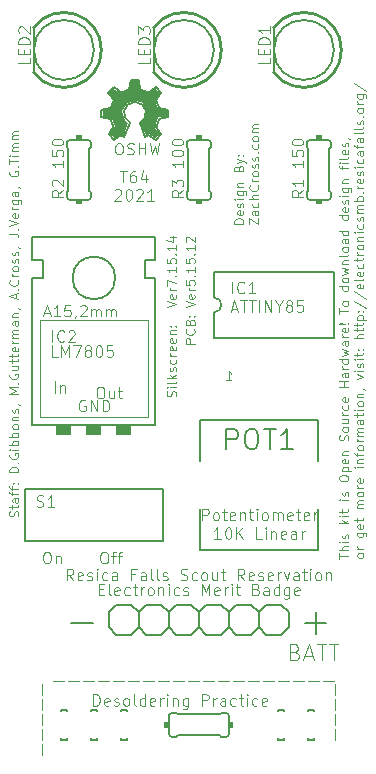
<source format=gbr>
%TF.GenerationSoftware,KiCad,Pcbnew,(5.1.12-1-10_14)*%
%TF.CreationDate,2021-11-23T10:57:09-05:00*%
%TF.ProjectId,EMB2,454d4232-2e6b-4696-9361-645f70636258,rev?*%
%TF.SameCoordinates,Original*%
%TF.FileFunction,Legend,Top*%
%TF.FilePolarity,Positive*%
%FSLAX46Y46*%
G04 Gerber Fmt 4.6, Leading zero omitted, Abs format (unit mm)*
G04 Created by KiCad (PCBNEW (5.1.12-1-10_14)) date 2021-11-23 10:57:09*
%MOMM*%
%LPD*%
G01*
G04 APERTURE LIST*
%ADD10C,0.081280*%
%ADD11C,0.065024*%
%ADD12C,0.203200*%
%ADD13C,0.101600*%
%ADD14C,0.142240*%
%ADD15C,0.113792*%
%ADD16C,0.152400*%
%ADD17C,0.050800*%
%ADD18C,0.100000*%
%ADD19C,0.254000*%
%ADD20C,0.150000*%
%ADD21C,0.099060*%
G04 APERTURE END LIST*
D10*
X142314990Y-87629758D02*
X142866533Y-87629758D01*
X142590761Y-88594958D02*
X142590761Y-87629758D01*
X143601923Y-87629758D02*
X143418076Y-87629758D01*
X143326152Y-87675720D01*
X143280190Y-87721681D01*
X143188266Y-87859567D01*
X143142304Y-88043415D01*
X143142304Y-88411110D01*
X143188266Y-88503034D01*
X143234228Y-88548996D01*
X143326152Y-88594958D01*
X143510000Y-88594958D01*
X143601923Y-88548996D01*
X143647885Y-88503034D01*
X143693847Y-88411110D01*
X143693847Y-88181300D01*
X143647885Y-88089377D01*
X143601923Y-88043415D01*
X143510000Y-87997453D01*
X143326152Y-87997453D01*
X143234228Y-88043415D01*
X143188266Y-88089377D01*
X143142304Y-88181300D01*
X144521161Y-87951491D02*
X144521161Y-88594958D01*
X144291352Y-87583796D02*
X144061542Y-88273224D01*
X144659047Y-88273224D01*
X141855371Y-89250761D02*
X141901333Y-89204800D01*
X141993257Y-89158838D01*
X142223066Y-89158838D01*
X142314990Y-89204800D01*
X142360952Y-89250761D01*
X142406914Y-89342685D01*
X142406914Y-89434609D01*
X142360952Y-89572495D01*
X141809409Y-90124038D01*
X142406914Y-90124038D01*
X143004419Y-89158838D02*
X143096342Y-89158838D01*
X143188266Y-89204800D01*
X143234228Y-89250761D01*
X143280190Y-89342685D01*
X143326152Y-89526533D01*
X143326152Y-89756342D01*
X143280190Y-89940190D01*
X143234228Y-90032114D01*
X143188266Y-90078076D01*
X143096342Y-90124038D01*
X143004419Y-90124038D01*
X142912495Y-90078076D01*
X142866533Y-90032114D01*
X142820571Y-89940190D01*
X142774609Y-89756342D01*
X142774609Y-89526533D01*
X142820571Y-89342685D01*
X142866533Y-89250761D01*
X142912495Y-89204800D01*
X143004419Y-89158838D01*
X143693847Y-89250761D02*
X143739809Y-89204800D01*
X143831733Y-89158838D01*
X144061542Y-89158838D01*
X144153466Y-89204800D01*
X144199428Y-89250761D01*
X144245390Y-89342685D01*
X144245390Y-89434609D01*
X144199428Y-89572495D01*
X143647885Y-90124038D01*
X144245390Y-90124038D01*
X145164628Y-90124038D02*
X144613085Y-90124038D01*
X144888857Y-90124038D02*
X144888857Y-89158838D01*
X144796933Y-89296723D01*
X144705009Y-89388647D01*
X144613085Y-89434609D01*
X138343419Y-122262738D02*
X138021685Y-121803119D01*
X137791876Y-122262738D02*
X137791876Y-121297538D01*
X138159571Y-121297538D01*
X138251495Y-121343500D01*
X138297457Y-121389461D01*
X138343419Y-121481385D01*
X138343419Y-121619271D01*
X138297457Y-121711195D01*
X138251495Y-121757157D01*
X138159571Y-121803119D01*
X137791876Y-121803119D01*
X139124771Y-122216776D02*
X139032847Y-122262738D01*
X138849000Y-122262738D01*
X138757076Y-122216776D01*
X138711114Y-122124852D01*
X138711114Y-121757157D01*
X138757076Y-121665233D01*
X138849000Y-121619271D01*
X139032847Y-121619271D01*
X139124771Y-121665233D01*
X139170733Y-121757157D01*
X139170733Y-121849080D01*
X138711114Y-121941004D01*
X139538428Y-122216776D02*
X139630352Y-122262738D01*
X139814200Y-122262738D01*
X139906123Y-122216776D01*
X139952085Y-122124852D01*
X139952085Y-122078890D01*
X139906123Y-121986966D01*
X139814200Y-121941004D01*
X139676314Y-121941004D01*
X139584390Y-121895042D01*
X139538428Y-121803119D01*
X139538428Y-121757157D01*
X139584390Y-121665233D01*
X139676314Y-121619271D01*
X139814200Y-121619271D01*
X139906123Y-121665233D01*
X140365742Y-122262738D02*
X140365742Y-121619271D01*
X140365742Y-121297538D02*
X140319780Y-121343500D01*
X140365742Y-121389461D01*
X140411704Y-121343500D01*
X140365742Y-121297538D01*
X140365742Y-121389461D01*
X141239019Y-122216776D02*
X141147095Y-122262738D01*
X140963247Y-122262738D01*
X140871323Y-122216776D01*
X140825361Y-122170814D01*
X140779400Y-122078890D01*
X140779400Y-121803119D01*
X140825361Y-121711195D01*
X140871323Y-121665233D01*
X140963247Y-121619271D01*
X141147095Y-121619271D01*
X141239019Y-121665233D01*
X142066333Y-122262738D02*
X142066333Y-121757157D01*
X142020371Y-121665233D01*
X141928447Y-121619271D01*
X141744600Y-121619271D01*
X141652676Y-121665233D01*
X142066333Y-122216776D02*
X141974409Y-122262738D01*
X141744600Y-122262738D01*
X141652676Y-122216776D01*
X141606714Y-122124852D01*
X141606714Y-122032928D01*
X141652676Y-121941004D01*
X141744600Y-121895042D01*
X141974409Y-121895042D01*
X142066333Y-121849080D01*
X143583076Y-121757157D02*
X143261342Y-121757157D01*
X143261342Y-122262738D02*
X143261342Y-121297538D01*
X143720961Y-121297538D01*
X144502314Y-122262738D02*
X144502314Y-121757157D01*
X144456352Y-121665233D01*
X144364428Y-121619271D01*
X144180580Y-121619271D01*
X144088657Y-121665233D01*
X144502314Y-122216776D02*
X144410390Y-122262738D01*
X144180580Y-122262738D01*
X144088657Y-122216776D01*
X144042695Y-122124852D01*
X144042695Y-122032928D01*
X144088657Y-121941004D01*
X144180580Y-121895042D01*
X144410390Y-121895042D01*
X144502314Y-121849080D01*
X145099819Y-122262738D02*
X145007895Y-122216776D01*
X144961933Y-122124852D01*
X144961933Y-121297538D01*
X145605400Y-122262738D02*
X145513476Y-122216776D01*
X145467514Y-122124852D01*
X145467514Y-121297538D01*
X145927133Y-122216776D02*
X146019057Y-122262738D01*
X146202904Y-122262738D01*
X146294828Y-122216776D01*
X146340790Y-122124852D01*
X146340790Y-122078890D01*
X146294828Y-121986966D01*
X146202904Y-121941004D01*
X146065019Y-121941004D01*
X145973095Y-121895042D01*
X145927133Y-121803119D01*
X145927133Y-121757157D01*
X145973095Y-121665233D01*
X146065019Y-121619271D01*
X146202904Y-121619271D01*
X146294828Y-121665233D01*
X147443876Y-122216776D02*
X147581761Y-122262738D01*
X147811571Y-122262738D01*
X147903495Y-122216776D01*
X147949457Y-122170814D01*
X147995419Y-122078890D01*
X147995419Y-121986966D01*
X147949457Y-121895042D01*
X147903495Y-121849080D01*
X147811571Y-121803119D01*
X147627723Y-121757157D01*
X147535800Y-121711195D01*
X147489838Y-121665233D01*
X147443876Y-121573309D01*
X147443876Y-121481385D01*
X147489838Y-121389461D01*
X147535800Y-121343500D01*
X147627723Y-121297538D01*
X147857533Y-121297538D01*
X147995419Y-121343500D01*
X148822733Y-122216776D02*
X148730809Y-122262738D01*
X148546961Y-122262738D01*
X148455038Y-122216776D01*
X148409076Y-122170814D01*
X148363114Y-122078890D01*
X148363114Y-121803119D01*
X148409076Y-121711195D01*
X148455038Y-121665233D01*
X148546961Y-121619271D01*
X148730809Y-121619271D01*
X148822733Y-121665233D01*
X149374276Y-122262738D02*
X149282352Y-122216776D01*
X149236390Y-122170814D01*
X149190428Y-122078890D01*
X149190428Y-121803119D01*
X149236390Y-121711195D01*
X149282352Y-121665233D01*
X149374276Y-121619271D01*
X149512161Y-121619271D01*
X149604085Y-121665233D01*
X149650047Y-121711195D01*
X149696009Y-121803119D01*
X149696009Y-122078890D01*
X149650047Y-122170814D01*
X149604085Y-122216776D01*
X149512161Y-122262738D01*
X149374276Y-122262738D01*
X150523323Y-121619271D02*
X150523323Y-122262738D01*
X150109666Y-121619271D02*
X150109666Y-122124852D01*
X150155628Y-122216776D01*
X150247552Y-122262738D01*
X150385438Y-122262738D01*
X150477361Y-122216776D01*
X150523323Y-122170814D01*
X150845057Y-121619271D02*
X151212752Y-121619271D01*
X150982942Y-121297538D02*
X150982942Y-122124852D01*
X151028904Y-122216776D01*
X151120828Y-122262738D01*
X151212752Y-122262738D01*
X152821419Y-122262738D02*
X152499685Y-121803119D01*
X152269876Y-122262738D02*
X152269876Y-121297538D01*
X152637571Y-121297538D01*
X152729495Y-121343500D01*
X152775457Y-121389461D01*
X152821419Y-121481385D01*
X152821419Y-121619271D01*
X152775457Y-121711195D01*
X152729495Y-121757157D01*
X152637571Y-121803119D01*
X152269876Y-121803119D01*
X153602771Y-122216776D02*
X153510847Y-122262738D01*
X153327000Y-122262738D01*
X153235076Y-122216776D01*
X153189114Y-122124852D01*
X153189114Y-121757157D01*
X153235076Y-121665233D01*
X153327000Y-121619271D01*
X153510847Y-121619271D01*
X153602771Y-121665233D01*
X153648733Y-121757157D01*
X153648733Y-121849080D01*
X153189114Y-121941004D01*
X154016428Y-122216776D02*
X154108352Y-122262738D01*
X154292200Y-122262738D01*
X154384123Y-122216776D01*
X154430085Y-122124852D01*
X154430085Y-122078890D01*
X154384123Y-121986966D01*
X154292200Y-121941004D01*
X154154314Y-121941004D01*
X154062390Y-121895042D01*
X154016428Y-121803119D01*
X154016428Y-121757157D01*
X154062390Y-121665233D01*
X154154314Y-121619271D01*
X154292200Y-121619271D01*
X154384123Y-121665233D01*
X155211438Y-122216776D02*
X155119514Y-122262738D01*
X154935666Y-122262738D01*
X154843742Y-122216776D01*
X154797780Y-122124852D01*
X154797780Y-121757157D01*
X154843742Y-121665233D01*
X154935666Y-121619271D01*
X155119514Y-121619271D01*
X155211438Y-121665233D01*
X155257400Y-121757157D01*
X155257400Y-121849080D01*
X154797780Y-121941004D01*
X155671057Y-122262738D02*
X155671057Y-121619271D01*
X155671057Y-121803119D02*
X155717019Y-121711195D01*
X155762980Y-121665233D01*
X155854904Y-121619271D01*
X155946828Y-121619271D01*
X156176638Y-121619271D02*
X156406447Y-122262738D01*
X156636257Y-121619271D01*
X157417609Y-122262738D02*
X157417609Y-121757157D01*
X157371647Y-121665233D01*
X157279723Y-121619271D01*
X157095876Y-121619271D01*
X157003952Y-121665233D01*
X157417609Y-122216776D02*
X157325685Y-122262738D01*
X157095876Y-122262738D01*
X157003952Y-122216776D01*
X156957990Y-122124852D01*
X156957990Y-122032928D01*
X157003952Y-121941004D01*
X157095876Y-121895042D01*
X157325685Y-121895042D01*
X157417609Y-121849080D01*
X157739342Y-121619271D02*
X158107038Y-121619271D01*
X157877228Y-121297538D02*
X157877228Y-122124852D01*
X157923190Y-122216776D01*
X158015114Y-122262738D01*
X158107038Y-122262738D01*
X158428771Y-122262738D02*
X158428771Y-121619271D01*
X158428771Y-121297538D02*
X158382809Y-121343500D01*
X158428771Y-121389461D01*
X158474733Y-121343500D01*
X158428771Y-121297538D01*
X158428771Y-121389461D01*
X159026276Y-122262738D02*
X158934352Y-122216776D01*
X158888390Y-122170814D01*
X158842428Y-122078890D01*
X158842428Y-121803119D01*
X158888390Y-121711195D01*
X158934352Y-121665233D01*
X159026276Y-121619271D01*
X159164161Y-121619271D01*
X159256085Y-121665233D01*
X159302047Y-121711195D01*
X159348009Y-121803119D01*
X159348009Y-122078890D01*
X159302047Y-122170814D01*
X159256085Y-122216776D01*
X159164161Y-122262738D01*
X159026276Y-122262738D01*
X159761666Y-121619271D02*
X159761666Y-122262738D01*
X159761666Y-121711195D02*
X159807628Y-121665233D01*
X159899552Y-121619271D01*
X160037438Y-121619271D01*
X160129361Y-121665233D01*
X160175323Y-121757157D01*
X160175323Y-122262738D01*
X140503628Y-123027157D02*
X140825361Y-123027157D01*
X140963247Y-123532738D02*
X140503628Y-123532738D01*
X140503628Y-122567538D01*
X140963247Y-122567538D01*
X141514790Y-123532738D02*
X141422866Y-123486776D01*
X141376904Y-123394852D01*
X141376904Y-122567538D01*
X142250180Y-123486776D02*
X142158257Y-123532738D01*
X141974409Y-123532738D01*
X141882485Y-123486776D01*
X141836523Y-123394852D01*
X141836523Y-123027157D01*
X141882485Y-122935233D01*
X141974409Y-122889271D01*
X142158257Y-122889271D01*
X142250180Y-122935233D01*
X142296142Y-123027157D01*
X142296142Y-123119080D01*
X141836523Y-123211004D01*
X143123457Y-123486776D02*
X143031533Y-123532738D01*
X142847685Y-123532738D01*
X142755761Y-123486776D01*
X142709800Y-123440814D01*
X142663838Y-123348890D01*
X142663838Y-123073119D01*
X142709800Y-122981195D01*
X142755761Y-122935233D01*
X142847685Y-122889271D01*
X143031533Y-122889271D01*
X143123457Y-122935233D01*
X143399228Y-122889271D02*
X143766923Y-122889271D01*
X143537114Y-122567538D02*
X143537114Y-123394852D01*
X143583076Y-123486776D01*
X143675000Y-123532738D01*
X143766923Y-123532738D01*
X144088657Y-123532738D02*
X144088657Y-122889271D01*
X144088657Y-123073119D02*
X144134619Y-122981195D01*
X144180580Y-122935233D01*
X144272504Y-122889271D01*
X144364428Y-122889271D01*
X144824047Y-123532738D02*
X144732123Y-123486776D01*
X144686161Y-123440814D01*
X144640200Y-123348890D01*
X144640200Y-123073119D01*
X144686161Y-122981195D01*
X144732123Y-122935233D01*
X144824047Y-122889271D01*
X144961933Y-122889271D01*
X145053857Y-122935233D01*
X145099819Y-122981195D01*
X145145780Y-123073119D01*
X145145780Y-123348890D01*
X145099819Y-123440814D01*
X145053857Y-123486776D01*
X144961933Y-123532738D01*
X144824047Y-123532738D01*
X145559438Y-122889271D02*
X145559438Y-123532738D01*
X145559438Y-122981195D02*
X145605400Y-122935233D01*
X145697323Y-122889271D01*
X145835209Y-122889271D01*
X145927133Y-122935233D01*
X145973095Y-123027157D01*
X145973095Y-123532738D01*
X146432714Y-123532738D02*
X146432714Y-122889271D01*
X146432714Y-122567538D02*
X146386752Y-122613500D01*
X146432714Y-122659461D01*
X146478676Y-122613500D01*
X146432714Y-122567538D01*
X146432714Y-122659461D01*
X147305990Y-123486776D02*
X147214066Y-123532738D01*
X147030219Y-123532738D01*
X146938295Y-123486776D01*
X146892333Y-123440814D01*
X146846371Y-123348890D01*
X146846371Y-123073119D01*
X146892333Y-122981195D01*
X146938295Y-122935233D01*
X147030219Y-122889271D01*
X147214066Y-122889271D01*
X147305990Y-122935233D01*
X147673685Y-123486776D02*
X147765609Y-123532738D01*
X147949457Y-123532738D01*
X148041380Y-123486776D01*
X148087342Y-123394852D01*
X148087342Y-123348890D01*
X148041380Y-123256966D01*
X147949457Y-123211004D01*
X147811571Y-123211004D01*
X147719647Y-123165042D01*
X147673685Y-123073119D01*
X147673685Y-123027157D01*
X147719647Y-122935233D01*
X147811571Y-122889271D01*
X147949457Y-122889271D01*
X148041380Y-122935233D01*
X149236390Y-123532738D02*
X149236390Y-122567538D01*
X149558123Y-123256966D01*
X149879857Y-122567538D01*
X149879857Y-123532738D01*
X150707171Y-123486776D02*
X150615247Y-123532738D01*
X150431400Y-123532738D01*
X150339476Y-123486776D01*
X150293514Y-123394852D01*
X150293514Y-123027157D01*
X150339476Y-122935233D01*
X150431400Y-122889271D01*
X150615247Y-122889271D01*
X150707171Y-122935233D01*
X150753133Y-123027157D01*
X150753133Y-123119080D01*
X150293514Y-123211004D01*
X151166790Y-123532738D02*
X151166790Y-122889271D01*
X151166790Y-123073119D02*
X151212752Y-122981195D01*
X151258714Y-122935233D01*
X151350638Y-122889271D01*
X151442561Y-122889271D01*
X151764295Y-123532738D02*
X151764295Y-122889271D01*
X151764295Y-122567538D02*
X151718333Y-122613500D01*
X151764295Y-122659461D01*
X151810257Y-122613500D01*
X151764295Y-122567538D01*
X151764295Y-122659461D01*
X152086028Y-122889271D02*
X152453723Y-122889271D01*
X152223914Y-122567538D02*
X152223914Y-123394852D01*
X152269876Y-123486776D01*
X152361800Y-123532738D01*
X152453723Y-123532738D01*
X153832580Y-123027157D02*
X153970466Y-123073119D01*
X154016428Y-123119080D01*
X154062390Y-123211004D01*
X154062390Y-123348890D01*
X154016428Y-123440814D01*
X153970466Y-123486776D01*
X153878542Y-123532738D01*
X153510847Y-123532738D01*
X153510847Y-122567538D01*
X153832580Y-122567538D01*
X153924504Y-122613500D01*
X153970466Y-122659461D01*
X154016428Y-122751385D01*
X154016428Y-122843309D01*
X153970466Y-122935233D01*
X153924504Y-122981195D01*
X153832580Y-123027157D01*
X153510847Y-123027157D01*
X154889704Y-123532738D02*
X154889704Y-123027157D01*
X154843742Y-122935233D01*
X154751819Y-122889271D01*
X154567971Y-122889271D01*
X154476047Y-122935233D01*
X154889704Y-123486776D02*
X154797780Y-123532738D01*
X154567971Y-123532738D01*
X154476047Y-123486776D01*
X154430085Y-123394852D01*
X154430085Y-123302928D01*
X154476047Y-123211004D01*
X154567971Y-123165042D01*
X154797780Y-123165042D01*
X154889704Y-123119080D01*
X155762980Y-123532738D02*
X155762980Y-122567538D01*
X155762980Y-123486776D02*
X155671057Y-123532738D01*
X155487209Y-123532738D01*
X155395285Y-123486776D01*
X155349323Y-123440814D01*
X155303361Y-123348890D01*
X155303361Y-123073119D01*
X155349323Y-122981195D01*
X155395285Y-122935233D01*
X155487209Y-122889271D01*
X155671057Y-122889271D01*
X155762980Y-122935233D01*
X156636257Y-122889271D02*
X156636257Y-123670623D01*
X156590295Y-123762547D01*
X156544333Y-123808509D01*
X156452409Y-123854471D01*
X156314523Y-123854471D01*
X156222600Y-123808509D01*
X156636257Y-123486776D02*
X156544333Y-123532738D01*
X156360485Y-123532738D01*
X156268561Y-123486776D01*
X156222600Y-123440814D01*
X156176638Y-123348890D01*
X156176638Y-123073119D01*
X156222600Y-122981195D01*
X156268561Y-122935233D01*
X156360485Y-122889271D01*
X156544333Y-122889271D01*
X156636257Y-122935233D01*
X157463571Y-123486776D02*
X157371647Y-123532738D01*
X157187800Y-123532738D01*
X157095876Y-123486776D01*
X157049914Y-123394852D01*
X157049914Y-123027157D01*
X157095876Y-122935233D01*
X157187800Y-122889271D01*
X157371647Y-122889271D01*
X157463571Y-122935233D01*
X157509533Y-123027157D01*
X157509533Y-123119080D01*
X157049914Y-123211004D01*
D11*
X148629330Y-102232486D02*
X147857170Y-102232486D01*
X147857170Y-101938330D01*
X147893940Y-101864791D01*
X147930709Y-101828022D01*
X148004248Y-101791252D01*
X148114557Y-101791252D01*
X148188096Y-101828022D01*
X148224865Y-101864791D01*
X148261635Y-101938330D01*
X148261635Y-102232486D01*
X148555791Y-101019092D02*
X148592560Y-101055862D01*
X148629330Y-101166170D01*
X148629330Y-101239709D01*
X148592560Y-101350018D01*
X148519021Y-101423557D01*
X148445482Y-101460326D01*
X148298404Y-101497096D01*
X148188096Y-101497096D01*
X148041018Y-101460326D01*
X147967479Y-101423557D01*
X147893940Y-101350018D01*
X147857170Y-101239709D01*
X147857170Y-101166170D01*
X147893940Y-101055862D01*
X147930709Y-101019092D01*
X148224865Y-100430780D02*
X148261635Y-100320471D01*
X148298404Y-100283702D01*
X148371943Y-100246932D01*
X148482252Y-100246932D01*
X148555791Y-100283702D01*
X148592560Y-100320471D01*
X148629330Y-100394010D01*
X148629330Y-100688166D01*
X147857170Y-100688166D01*
X147857170Y-100430780D01*
X147893940Y-100357241D01*
X147930709Y-100320471D01*
X148004248Y-100283702D01*
X148077787Y-100283702D01*
X148151326Y-100320471D01*
X148188096Y-100357241D01*
X148224865Y-100430780D01*
X148224865Y-100688166D01*
X148555791Y-99916006D02*
X148592560Y-99879237D01*
X148629330Y-99916006D01*
X148592560Y-99952776D01*
X148555791Y-99916006D01*
X148629330Y-99916006D01*
X148151326Y-99916006D02*
X148188096Y-99879237D01*
X148224865Y-99916006D01*
X148188096Y-99952776D01*
X148151326Y-99916006D01*
X148224865Y-99916006D01*
X133670060Y-116874256D02*
X133706830Y-116763947D01*
X133706830Y-116580100D01*
X133670060Y-116506561D01*
X133633291Y-116469791D01*
X133559752Y-116433022D01*
X133486213Y-116433022D01*
X133412674Y-116469791D01*
X133375904Y-116506561D01*
X133339135Y-116580100D01*
X133302365Y-116727178D01*
X133265596Y-116800717D01*
X133228826Y-116837486D01*
X133155287Y-116874256D01*
X133081748Y-116874256D01*
X133008209Y-116837486D01*
X132971440Y-116800717D01*
X132934670Y-116727178D01*
X132934670Y-116543330D01*
X132971440Y-116433022D01*
X133192057Y-116212404D02*
X133192057Y-115918248D01*
X132934670Y-116102096D02*
X133596521Y-116102096D01*
X133670060Y-116065326D01*
X133706830Y-115991787D01*
X133706830Y-115918248D01*
X133706830Y-115329936D02*
X133302365Y-115329936D01*
X133228826Y-115366705D01*
X133192057Y-115440244D01*
X133192057Y-115587322D01*
X133228826Y-115660862D01*
X133670060Y-115329936D02*
X133706830Y-115403475D01*
X133706830Y-115587322D01*
X133670060Y-115660862D01*
X133596521Y-115697631D01*
X133522982Y-115697631D01*
X133449443Y-115660862D01*
X133412674Y-115587322D01*
X133412674Y-115403475D01*
X133375904Y-115329936D01*
X133192057Y-115072549D02*
X133192057Y-114778393D01*
X133706830Y-114962241D02*
X133044979Y-114962241D01*
X132971440Y-114925471D01*
X132934670Y-114851932D01*
X132934670Y-114778393D01*
X133192057Y-114631315D02*
X133192057Y-114337159D01*
X133706830Y-114521006D02*
X133044979Y-114521006D01*
X132971440Y-114484237D01*
X132934670Y-114410698D01*
X132934670Y-114337159D01*
X133633291Y-114079772D02*
X133670060Y-114043002D01*
X133706830Y-114079772D01*
X133670060Y-114116542D01*
X133633291Y-114079772D01*
X133706830Y-114079772D01*
X133228826Y-114079772D02*
X133265596Y-114043002D01*
X133302365Y-114079772D01*
X133265596Y-114116542D01*
X133228826Y-114079772D01*
X133302365Y-114079772D01*
X133706830Y-113123764D02*
X132934670Y-113123764D01*
X132934670Y-112939917D01*
X132971440Y-112829608D01*
X133044979Y-112756069D01*
X133118518Y-112719300D01*
X133265596Y-112682530D01*
X133375904Y-112682530D01*
X133522982Y-112719300D01*
X133596521Y-112756069D01*
X133670060Y-112829608D01*
X133706830Y-112939917D01*
X133706830Y-113123764D01*
X133633291Y-112351604D02*
X133670060Y-112314835D01*
X133706830Y-112351604D01*
X133670060Y-112388374D01*
X133633291Y-112351604D01*
X133706830Y-112351604D01*
X132971440Y-111579444D02*
X132934670Y-111652983D01*
X132934670Y-111763292D01*
X132971440Y-111873601D01*
X133044979Y-111947140D01*
X133118518Y-111983909D01*
X133265596Y-112020679D01*
X133375904Y-112020679D01*
X133522982Y-111983909D01*
X133596521Y-111947140D01*
X133670060Y-111873601D01*
X133706830Y-111763292D01*
X133706830Y-111689753D01*
X133670060Y-111579444D01*
X133633291Y-111542675D01*
X133375904Y-111542675D01*
X133375904Y-111689753D01*
X133706830Y-111211749D02*
X133192057Y-111211749D01*
X132934670Y-111211749D02*
X132971440Y-111248519D01*
X133008209Y-111211749D01*
X132971440Y-111174980D01*
X132934670Y-111211749D01*
X133008209Y-111211749D01*
X133706830Y-110844054D02*
X132934670Y-110844054D01*
X133228826Y-110844054D02*
X133192057Y-110770515D01*
X133192057Y-110623437D01*
X133228826Y-110549898D01*
X133265596Y-110513128D01*
X133339135Y-110476359D01*
X133559752Y-110476359D01*
X133633291Y-110513128D01*
X133670060Y-110549898D01*
X133706830Y-110623437D01*
X133706830Y-110770515D01*
X133670060Y-110844054D01*
X133706830Y-110145433D02*
X132934670Y-110145433D01*
X133228826Y-110145433D02*
X133192057Y-110071894D01*
X133192057Y-109924816D01*
X133228826Y-109851277D01*
X133265596Y-109814507D01*
X133339135Y-109777738D01*
X133559752Y-109777738D01*
X133633291Y-109814507D01*
X133670060Y-109851277D01*
X133706830Y-109924816D01*
X133706830Y-110071894D01*
X133670060Y-110145433D01*
X133706830Y-109336503D02*
X133670060Y-109410042D01*
X133633291Y-109446812D01*
X133559752Y-109483582D01*
X133339135Y-109483582D01*
X133265596Y-109446812D01*
X133228826Y-109410042D01*
X133192057Y-109336503D01*
X133192057Y-109226195D01*
X133228826Y-109152656D01*
X133265596Y-109115886D01*
X133339135Y-109079117D01*
X133559752Y-109079117D01*
X133633291Y-109115886D01*
X133670060Y-109152656D01*
X133706830Y-109226195D01*
X133706830Y-109336503D01*
X133192057Y-108748191D02*
X133706830Y-108748191D01*
X133265596Y-108748191D02*
X133228826Y-108711422D01*
X133192057Y-108637882D01*
X133192057Y-108527574D01*
X133228826Y-108454035D01*
X133302365Y-108417265D01*
X133706830Y-108417265D01*
X133670060Y-108086340D02*
X133706830Y-108012801D01*
X133706830Y-107865722D01*
X133670060Y-107792183D01*
X133596521Y-107755414D01*
X133559752Y-107755414D01*
X133486213Y-107792183D01*
X133449443Y-107865722D01*
X133449443Y-107976031D01*
X133412674Y-108049570D01*
X133339135Y-108086340D01*
X133302365Y-108086340D01*
X133228826Y-108049570D01*
X133192057Y-107976031D01*
X133192057Y-107865722D01*
X133228826Y-107792183D01*
X133670060Y-107387719D02*
X133706830Y-107387719D01*
X133780369Y-107424488D01*
X133817139Y-107461258D01*
X133706830Y-106468481D02*
X132934670Y-106468481D01*
X133486213Y-106211094D01*
X132934670Y-105953707D01*
X133706830Y-105953707D01*
X133633291Y-105586012D02*
X133670060Y-105549242D01*
X133706830Y-105586012D01*
X133670060Y-105622782D01*
X133633291Y-105586012D01*
X133706830Y-105586012D01*
X132971440Y-104813852D02*
X132934670Y-104887391D01*
X132934670Y-104997700D01*
X132971440Y-105108008D01*
X133044979Y-105181547D01*
X133118518Y-105218317D01*
X133265596Y-105255086D01*
X133375904Y-105255086D01*
X133522982Y-105218317D01*
X133596521Y-105181547D01*
X133670060Y-105108008D01*
X133706830Y-104997700D01*
X133706830Y-104924161D01*
X133670060Y-104813852D01*
X133633291Y-104777082D01*
X133375904Y-104777082D01*
X133375904Y-104924161D01*
X133192057Y-104115231D02*
X133706830Y-104115231D01*
X133192057Y-104446157D02*
X133596521Y-104446157D01*
X133670060Y-104409387D01*
X133706830Y-104335848D01*
X133706830Y-104225540D01*
X133670060Y-104152001D01*
X133633291Y-104115231D01*
X133192057Y-103857844D02*
X133192057Y-103563688D01*
X132934670Y-103747536D02*
X133596521Y-103747536D01*
X133670060Y-103710766D01*
X133706830Y-103637227D01*
X133706830Y-103563688D01*
X133192057Y-103416610D02*
X133192057Y-103122454D01*
X132934670Y-103306302D02*
X133596521Y-103306302D01*
X133670060Y-103269532D01*
X133706830Y-103195993D01*
X133706830Y-103122454D01*
X133670060Y-102570911D02*
X133706830Y-102644450D01*
X133706830Y-102791528D01*
X133670060Y-102865067D01*
X133596521Y-102901837D01*
X133302365Y-102901837D01*
X133228826Y-102865067D01*
X133192057Y-102791528D01*
X133192057Y-102644450D01*
X133228826Y-102570911D01*
X133302365Y-102534142D01*
X133375904Y-102534142D01*
X133449443Y-102901837D01*
X133706830Y-102203216D02*
X133192057Y-102203216D01*
X133339135Y-102203216D02*
X133265596Y-102166446D01*
X133228826Y-102129677D01*
X133192057Y-102056138D01*
X133192057Y-101982599D01*
X133706830Y-101725212D02*
X133192057Y-101725212D01*
X133265596Y-101725212D02*
X133228826Y-101688442D01*
X133192057Y-101614903D01*
X133192057Y-101504595D01*
X133228826Y-101431056D01*
X133302365Y-101394286D01*
X133706830Y-101394286D01*
X133302365Y-101394286D02*
X133228826Y-101357517D01*
X133192057Y-101283978D01*
X133192057Y-101173669D01*
X133228826Y-101100130D01*
X133302365Y-101063361D01*
X133706830Y-101063361D01*
X133706830Y-100364740D02*
X133302365Y-100364740D01*
X133228826Y-100401509D01*
X133192057Y-100475048D01*
X133192057Y-100622126D01*
X133228826Y-100695665D01*
X133670060Y-100364740D02*
X133706830Y-100438279D01*
X133706830Y-100622126D01*
X133670060Y-100695665D01*
X133596521Y-100732435D01*
X133522982Y-100732435D01*
X133449443Y-100695665D01*
X133412674Y-100622126D01*
X133412674Y-100438279D01*
X133375904Y-100364740D01*
X133192057Y-99997044D02*
X133706830Y-99997044D01*
X133265596Y-99997044D02*
X133228826Y-99960275D01*
X133192057Y-99886736D01*
X133192057Y-99776427D01*
X133228826Y-99702888D01*
X133302365Y-99666119D01*
X133706830Y-99666119D01*
X133670060Y-99261654D02*
X133706830Y-99261654D01*
X133780369Y-99298423D01*
X133817139Y-99335193D01*
X133486213Y-98379185D02*
X133486213Y-98011490D01*
X133706830Y-98452724D02*
X132934670Y-98195338D01*
X133706830Y-97937951D01*
X133633291Y-97680564D02*
X133670060Y-97643795D01*
X133706830Y-97680564D01*
X133670060Y-97717334D01*
X133633291Y-97680564D01*
X133706830Y-97680564D01*
X133633291Y-96871635D02*
X133670060Y-96908404D01*
X133706830Y-97018713D01*
X133706830Y-97092252D01*
X133670060Y-97202561D01*
X133596521Y-97276100D01*
X133522982Y-97312869D01*
X133375904Y-97349639D01*
X133265596Y-97349639D01*
X133118518Y-97312869D01*
X133044979Y-97276100D01*
X132971440Y-97202561D01*
X132934670Y-97092252D01*
X132934670Y-97018713D01*
X132971440Y-96908404D01*
X133008209Y-96871635D01*
X133706830Y-96540709D02*
X133192057Y-96540709D01*
X133339135Y-96540709D02*
X133265596Y-96503940D01*
X133228826Y-96467170D01*
X133192057Y-96393631D01*
X133192057Y-96320092D01*
X133706830Y-95952397D02*
X133670060Y-96025936D01*
X133633291Y-96062705D01*
X133559752Y-96099475D01*
X133339135Y-96099475D01*
X133265596Y-96062705D01*
X133228826Y-96025936D01*
X133192057Y-95952397D01*
X133192057Y-95842088D01*
X133228826Y-95768549D01*
X133265596Y-95731780D01*
X133339135Y-95695010D01*
X133559752Y-95695010D01*
X133633291Y-95731780D01*
X133670060Y-95768549D01*
X133706830Y-95842088D01*
X133706830Y-95952397D01*
X133670060Y-95400854D02*
X133706830Y-95327315D01*
X133706830Y-95180237D01*
X133670060Y-95106698D01*
X133596521Y-95069928D01*
X133559752Y-95069928D01*
X133486213Y-95106698D01*
X133449443Y-95180237D01*
X133449443Y-95290545D01*
X133412674Y-95364084D01*
X133339135Y-95400854D01*
X133302365Y-95400854D01*
X133228826Y-95364084D01*
X133192057Y-95290545D01*
X133192057Y-95180237D01*
X133228826Y-95106698D01*
X133670060Y-94775772D02*
X133706830Y-94702233D01*
X133706830Y-94555155D01*
X133670060Y-94481616D01*
X133596521Y-94444846D01*
X133559752Y-94444846D01*
X133486213Y-94481616D01*
X133449443Y-94555155D01*
X133449443Y-94665463D01*
X133412674Y-94739002D01*
X133339135Y-94775772D01*
X133302365Y-94775772D01*
X133228826Y-94739002D01*
X133192057Y-94665463D01*
X133192057Y-94555155D01*
X133228826Y-94481616D01*
X133670060Y-94077151D02*
X133706830Y-94077151D01*
X133780369Y-94113921D01*
X133817139Y-94150690D01*
X132934670Y-92937296D02*
X133486213Y-92937296D01*
X133596521Y-92974065D01*
X133670060Y-93047604D01*
X133706830Y-93157913D01*
X133706830Y-93231452D01*
X133633291Y-92569601D02*
X133670060Y-92532831D01*
X133706830Y-92569601D01*
X133670060Y-92606370D01*
X133633291Y-92569601D01*
X133706830Y-92569601D01*
X132934670Y-92312214D02*
X133706830Y-92054827D01*
X132934670Y-91797441D01*
X133670060Y-91245898D02*
X133706830Y-91319437D01*
X133706830Y-91466515D01*
X133670060Y-91540054D01*
X133596521Y-91576823D01*
X133302365Y-91576823D01*
X133228826Y-91540054D01*
X133192057Y-91466515D01*
X133192057Y-91319437D01*
X133228826Y-91245898D01*
X133302365Y-91209128D01*
X133375904Y-91209128D01*
X133449443Y-91576823D01*
X133706830Y-90878202D02*
X133192057Y-90878202D01*
X133339135Y-90878202D02*
X133265596Y-90841433D01*
X133228826Y-90804663D01*
X133192057Y-90731124D01*
X133192057Y-90657585D01*
X133192057Y-90069273D02*
X133817139Y-90069273D01*
X133890678Y-90106042D01*
X133927447Y-90142812D01*
X133964217Y-90216351D01*
X133964217Y-90326660D01*
X133927447Y-90400199D01*
X133670060Y-90069273D02*
X133706830Y-90142812D01*
X133706830Y-90289890D01*
X133670060Y-90363429D01*
X133633291Y-90400199D01*
X133559752Y-90436968D01*
X133339135Y-90436968D01*
X133265596Y-90400199D01*
X133228826Y-90363429D01*
X133192057Y-90289890D01*
X133192057Y-90142812D01*
X133228826Y-90069273D01*
X133706830Y-89370652D02*
X133302365Y-89370652D01*
X133228826Y-89407422D01*
X133192057Y-89480961D01*
X133192057Y-89628039D01*
X133228826Y-89701578D01*
X133670060Y-89370652D02*
X133706830Y-89444191D01*
X133706830Y-89628039D01*
X133670060Y-89701578D01*
X133596521Y-89738347D01*
X133522982Y-89738347D01*
X133449443Y-89701578D01*
X133412674Y-89628039D01*
X133412674Y-89444191D01*
X133375904Y-89370652D01*
X133670060Y-88966187D02*
X133706830Y-88966187D01*
X133780369Y-89002957D01*
X133817139Y-89039726D01*
X132971440Y-87642484D02*
X132934670Y-87716023D01*
X132934670Y-87826332D01*
X132971440Y-87936641D01*
X133044979Y-88010180D01*
X133118518Y-88046949D01*
X133265596Y-88083719D01*
X133375904Y-88083719D01*
X133522982Y-88046949D01*
X133596521Y-88010180D01*
X133670060Y-87936641D01*
X133706830Y-87826332D01*
X133706830Y-87752793D01*
X133670060Y-87642484D01*
X133633291Y-87605715D01*
X133375904Y-87605715D01*
X133375904Y-87752793D01*
X133633291Y-87274789D02*
X133670060Y-87238020D01*
X133706830Y-87274789D01*
X133670060Y-87311559D01*
X133633291Y-87274789D01*
X133706830Y-87274789D01*
X132934670Y-87017402D02*
X132934670Y-86576168D01*
X133706830Y-86796785D02*
X132934670Y-86796785D01*
X133706830Y-86318782D02*
X133192057Y-86318782D01*
X132934670Y-86318782D02*
X132971440Y-86355551D01*
X133008209Y-86318782D01*
X132971440Y-86282012D01*
X132934670Y-86318782D01*
X133008209Y-86318782D01*
X133706830Y-85951086D02*
X133192057Y-85951086D01*
X133265596Y-85951086D02*
X133228826Y-85914317D01*
X133192057Y-85840778D01*
X133192057Y-85730469D01*
X133228826Y-85656930D01*
X133302365Y-85620161D01*
X133706830Y-85620161D01*
X133302365Y-85620161D02*
X133228826Y-85583391D01*
X133192057Y-85509852D01*
X133192057Y-85399543D01*
X133228826Y-85326004D01*
X133302365Y-85289235D01*
X133706830Y-85289235D01*
X133706830Y-84921540D02*
X133192057Y-84921540D01*
X133265596Y-84921540D02*
X133228826Y-84884770D01*
X133192057Y-84811231D01*
X133192057Y-84700922D01*
X133228826Y-84627383D01*
X133302365Y-84590614D01*
X133706830Y-84590614D01*
X133302365Y-84590614D02*
X133228826Y-84553844D01*
X133192057Y-84480305D01*
X133192057Y-84369997D01*
X133228826Y-84296458D01*
X133302365Y-84259688D01*
X133706830Y-84259688D01*
X160874670Y-120440295D02*
X160874670Y-119999061D01*
X161646830Y-120219678D02*
X160874670Y-120219678D01*
X161646830Y-119741674D02*
X160874670Y-119741674D01*
X161646830Y-119410748D02*
X161242365Y-119410748D01*
X161168826Y-119447518D01*
X161132057Y-119521057D01*
X161132057Y-119631365D01*
X161168826Y-119704904D01*
X161205596Y-119741674D01*
X161646830Y-119043053D02*
X161132057Y-119043053D01*
X160874670Y-119043053D02*
X160911440Y-119079822D01*
X160948209Y-119043053D01*
X160911440Y-119006283D01*
X160874670Y-119043053D01*
X160948209Y-119043053D01*
X161610060Y-118712127D02*
X161646830Y-118638588D01*
X161646830Y-118491510D01*
X161610060Y-118417971D01*
X161536521Y-118381202D01*
X161499752Y-118381202D01*
X161426213Y-118417971D01*
X161389443Y-118491510D01*
X161389443Y-118601819D01*
X161352674Y-118675358D01*
X161279135Y-118712127D01*
X161242365Y-118712127D01*
X161168826Y-118675358D01*
X161132057Y-118601819D01*
X161132057Y-118491510D01*
X161168826Y-118417971D01*
X161646830Y-117461963D02*
X160874670Y-117461963D01*
X161352674Y-117388424D02*
X161646830Y-117167807D01*
X161132057Y-117167807D02*
X161426213Y-117461963D01*
X161646830Y-116836882D02*
X161132057Y-116836882D01*
X160874670Y-116836882D02*
X160911440Y-116873651D01*
X160948209Y-116836882D01*
X160911440Y-116800112D01*
X160874670Y-116836882D01*
X160948209Y-116836882D01*
X161132057Y-116579495D02*
X161132057Y-116285339D01*
X160874670Y-116469186D02*
X161536521Y-116469186D01*
X161610060Y-116432417D01*
X161646830Y-116358878D01*
X161646830Y-116285339D01*
X161646830Y-115439640D02*
X161132057Y-115439640D01*
X160874670Y-115439640D02*
X160911440Y-115476409D01*
X160948209Y-115439640D01*
X160911440Y-115402870D01*
X160874670Y-115439640D01*
X160948209Y-115439640D01*
X161610060Y-115108714D02*
X161646830Y-115035175D01*
X161646830Y-114888097D01*
X161610060Y-114814558D01*
X161536521Y-114777788D01*
X161499752Y-114777788D01*
X161426213Y-114814558D01*
X161389443Y-114888097D01*
X161389443Y-114998405D01*
X161352674Y-115071944D01*
X161279135Y-115108714D01*
X161242365Y-115108714D01*
X161168826Y-115071944D01*
X161132057Y-114998405D01*
X161132057Y-114888097D01*
X161168826Y-114814558D01*
X160874670Y-113711472D02*
X160874670Y-113564394D01*
X160911440Y-113490855D01*
X160984979Y-113417316D01*
X161132057Y-113380546D01*
X161389443Y-113380546D01*
X161536521Y-113417316D01*
X161610060Y-113490855D01*
X161646830Y-113564394D01*
X161646830Y-113711472D01*
X161610060Y-113785011D01*
X161536521Y-113858550D01*
X161389443Y-113895320D01*
X161132057Y-113895320D01*
X160984979Y-113858550D01*
X160911440Y-113785011D01*
X160874670Y-113711472D01*
X161132057Y-113049621D02*
X161904217Y-113049621D01*
X161168826Y-113049621D02*
X161132057Y-112976082D01*
X161132057Y-112829003D01*
X161168826Y-112755464D01*
X161205596Y-112718695D01*
X161279135Y-112681925D01*
X161499752Y-112681925D01*
X161573291Y-112718695D01*
X161610060Y-112755464D01*
X161646830Y-112829003D01*
X161646830Y-112976082D01*
X161610060Y-113049621D01*
X161610060Y-112056843D02*
X161646830Y-112130382D01*
X161646830Y-112277461D01*
X161610060Y-112351000D01*
X161536521Y-112387769D01*
X161242365Y-112387769D01*
X161168826Y-112351000D01*
X161132057Y-112277461D01*
X161132057Y-112130382D01*
X161168826Y-112056843D01*
X161242365Y-112020074D01*
X161315904Y-112020074D01*
X161389443Y-112387769D01*
X161132057Y-111689148D02*
X161646830Y-111689148D01*
X161205596Y-111689148D02*
X161168826Y-111652379D01*
X161132057Y-111578840D01*
X161132057Y-111468531D01*
X161168826Y-111394992D01*
X161242365Y-111358222D01*
X161646830Y-111358222D01*
X161610060Y-110438984D02*
X161646830Y-110328676D01*
X161646830Y-110144828D01*
X161610060Y-110071289D01*
X161573291Y-110034520D01*
X161499752Y-109997750D01*
X161426213Y-109997750D01*
X161352674Y-110034520D01*
X161315904Y-110071289D01*
X161279135Y-110144828D01*
X161242365Y-110291906D01*
X161205596Y-110365445D01*
X161168826Y-110402215D01*
X161095287Y-110438984D01*
X161021748Y-110438984D01*
X160948209Y-110402215D01*
X160911440Y-110365445D01*
X160874670Y-110291906D01*
X160874670Y-110108059D01*
X160911440Y-109997750D01*
X161646830Y-109556516D02*
X161610060Y-109630055D01*
X161573291Y-109666824D01*
X161499752Y-109703594D01*
X161279135Y-109703594D01*
X161205596Y-109666824D01*
X161168826Y-109630055D01*
X161132057Y-109556516D01*
X161132057Y-109446207D01*
X161168826Y-109372668D01*
X161205596Y-109335899D01*
X161279135Y-109299129D01*
X161499752Y-109299129D01*
X161573291Y-109335899D01*
X161610060Y-109372668D01*
X161646830Y-109446207D01*
X161646830Y-109556516D01*
X161132057Y-108637278D02*
X161646830Y-108637278D01*
X161132057Y-108968203D02*
X161536521Y-108968203D01*
X161610060Y-108931434D01*
X161646830Y-108857895D01*
X161646830Y-108747586D01*
X161610060Y-108674047D01*
X161573291Y-108637278D01*
X161646830Y-108269582D02*
X161132057Y-108269582D01*
X161279135Y-108269582D02*
X161205596Y-108232813D01*
X161168826Y-108196043D01*
X161132057Y-108122504D01*
X161132057Y-108048965D01*
X161610060Y-107460653D02*
X161646830Y-107534192D01*
X161646830Y-107681270D01*
X161610060Y-107754809D01*
X161573291Y-107791579D01*
X161499752Y-107828348D01*
X161279135Y-107828348D01*
X161205596Y-107791579D01*
X161168826Y-107754809D01*
X161132057Y-107681270D01*
X161132057Y-107534192D01*
X161168826Y-107460653D01*
X161610060Y-106835571D02*
X161646830Y-106909110D01*
X161646830Y-107056188D01*
X161610060Y-107129727D01*
X161536521Y-107166497D01*
X161242365Y-107166497D01*
X161168826Y-107129727D01*
X161132057Y-107056188D01*
X161132057Y-106909110D01*
X161168826Y-106835571D01*
X161242365Y-106798802D01*
X161315904Y-106798802D01*
X161389443Y-107166497D01*
X161646830Y-105879563D02*
X160874670Y-105879563D01*
X161242365Y-105879563D02*
X161242365Y-105438329D01*
X161646830Y-105438329D02*
X160874670Y-105438329D01*
X161646830Y-104739708D02*
X161242365Y-104739708D01*
X161168826Y-104776478D01*
X161132057Y-104850017D01*
X161132057Y-104997095D01*
X161168826Y-105070634D01*
X161610060Y-104739708D02*
X161646830Y-104813247D01*
X161646830Y-104997095D01*
X161610060Y-105070634D01*
X161536521Y-105107403D01*
X161462982Y-105107403D01*
X161389443Y-105070634D01*
X161352674Y-104997095D01*
X161352674Y-104813247D01*
X161315904Y-104739708D01*
X161646830Y-104372013D02*
X161132057Y-104372013D01*
X161279135Y-104372013D02*
X161205596Y-104335243D01*
X161168826Y-104298474D01*
X161132057Y-104224935D01*
X161132057Y-104151396D01*
X161646830Y-103563083D02*
X160874670Y-103563083D01*
X161610060Y-103563083D02*
X161646830Y-103636622D01*
X161646830Y-103783701D01*
X161610060Y-103857240D01*
X161573291Y-103894009D01*
X161499752Y-103930779D01*
X161279135Y-103930779D01*
X161205596Y-103894009D01*
X161168826Y-103857240D01*
X161132057Y-103783701D01*
X161132057Y-103636622D01*
X161168826Y-103563083D01*
X161132057Y-103268927D02*
X161646830Y-103121849D01*
X161279135Y-102974771D01*
X161646830Y-102827693D01*
X161132057Y-102680615D01*
X161646830Y-102055533D02*
X161242365Y-102055533D01*
X161168826Y-102092302D01*
X161132057Y-102165842D01*
X161132057Y-102312920D01*
X161168826Y-102386459D01*
X161610060Y-102055533D02*
X161646830Y-102129072D01*
X161646830Y-102312920D01*
X161610060Y-102386459D01*
X161536521Y-102423228D01*
X161462982Y-102423228D01*
X161389443Y-102386459D01*
X161352674Y-102312920D01*
X161352674Y-102129072D01*
X161315904Y-102055533D01*
X161646830Y-101687838D02*
X161132057Y-101687838D01*
X161279135Y-101687838D02*
X161205596Y-101651068D01*
X161168826Y-101614299D01*
X161132057Y-101540760D01*
X161132057Y-101467221D01*
X161610060Y-100915678D02*
X161646830Y-100989217D01*
X161646830Y-101136295D01*
X161610060Y-101209834D01*
X161536521Y-101246603D01*
X161242365Y-101246603D01*
X161168826Y-101209834D01*
X161132057Y-101136295D01*
X161132057Y-100989217D01*
X161168826Y-100915678D01*
X161242365Y-100878908D01*
X161315904Y-100878908D01*
X161389443Y-101246603D01*
X161573291Y-100547982D02*
X161610060Y-100511213D01*
X161646830Y-100547982D01*
X161610060Y-100584752D01*
X161573291Y-100547982D01*
X161646830Y-100547982D01*
X161352674Y-100547982D02*
X160911440Y-100584752D01*
X160874670Y-100547982D01*
X160911440Y-100511213D01*
X161352674Y-100547982D01*
X160874670Y-100547982D01*
X160874670Y-99702283D02*
X160874670Y-99261049D01*
X161646830Y-99481666D02*
X160874670Y-99481666D01*
X161646830Y-98893354D02*
X161610060Y-98966893D01*
X161573291Y-99003662D01*
X161499752Y-99040432D01*
X161279135Y-99040432D01*
X161205596Y-99003662D01*
X161168826Y-98966893D01*
X161132057Y-98893354D01*
X161132057Y-98783045D01*
X161168826Y-98709506D01*
X161205596Y-98672737D01*
X161279135Y-98635967D01*
X161499752Y-98635967D01*
X161573291Y-98672737D01*
X161610060Y-98709506D01*
X161646830Y-98783045D01*
X161646830Y-98893354D01*
X161646830Y-97385803D02*
X160874670Y-97385803D01*
X161610060Y-97385803D02*
X161646830Y-97459342D01*
X161646830Y-97606421D01*
X161610060Y-97679960D01*
X161573291Y-97716729D01*
X161499752Y-97753499D01*
X161279135Y-97753499D01*
X161205596Y-97716729D01*
X161168826Y-97679960D01*
X161132057Y-97606421D01*
X161132057Y-97459342D01*
X161168826Y-97385803D01*
X161646830Y-96907800D02*
X161610060Y-96981339D01*
X161573291Y-97018108D01*
X161499752Y-97054878D01*
X161279135Y-97054878D01*
X161205596Y-97018108D01*
X161168826Y-96981339D01*
X161132057Y-96907800D01*
X161132057Y-96797491D01*
X161168826Y-96723952D01*
X161205596Y-96687182D01*
X161279135Y-96650413D01*
X161499752Y-96650413D01*
X161573291Y-96687182D01*
X161610060Y-96723952D01*
X161646830Y-96797491D01*
X161646830Y-96907800D01*
X161132057Y-96393026D02*
X161646830Y-96245948D01*
X161279135Y-96098870D01*
X161646830Y-95951792D01*
X161132057Y-95804714D01*
X161132057Y-95510558D02*
X161646830Y-95510558D01*
X161205596Y-95510558D02*
X161168826Y-95473788D01*
X161132057Y-95400249D01*
X161132057Y-95289941D01*
X161168826Y-95216402D01*
X161242365Y-95179632D01*
X161646830Y-95179632D01*
X161646830Y-94701628D02*
X161610060Y-94775167D01*
X161536521Y-94811937D01*
X160874670Y-94811937D01*
X161646830Y-94297163D02*
X161610060Y-94370702D01*
X161573291Y-94407472D01*
X161499752Y-94444242D01*
X161279135Y-94444242D01*
X161205596Y-94407472D01*
X161168826Y-94370702D01*
X161132057Y-94297163D01*
X161132057Y-94186855D01*
X161168826Y-94113316D01*
X161205596Y-94076546D01*
X161279135Y-94039777D01*
X161499752Y-94039777D01*
X161573291Y-94076546D01*
X161610060Y-94113316D01*
X161646830Y-94186855D01*
X161646830Y-94297163D01*
X161646830Y-93377925D02*
X161242365Y-93377925D01*
X161168826Y-93414695D01*
X161132057Y-93488234D01*
X161132057Y-93635312D01*
X161168826Y-93708851D01*
X161610060Y-93377925D02*
X161646830Y-93451464D01*
X161646830Y-93635312D01*
X161610060Y-93708851D01*
X161536521Y-93745621D01*
X161462982Y-93745621D01*
X161389443Y-93708851D01*
X161352674Y-93635312D01*
X161352674Y-93451464D01*
X161315904Y-93377925D01*
X161646830Y-92679304D02*
X160874670Y-92679304D01*
X161610060Y-92679304D02*
X161646830Y-92752843D01*
X161646830Y-92899922D01*
X161610060Y-92973461D01*
X161573291Y-93010230D01*
X161499752Y-93047000D01*
X161279135Y-93047000D01*
X161205596Y-93010230D01*
X161168826Y-92973461D01*
X161132057Y-92899922D01*
X161132057Y-92752843D01*
X161168826Y-92679304D01*
X161646830Y-91392371D02*
X160874670Y-91392371D01*
X161610060Y-91392371D02*
X161646830Y-91465910D01*
X161646830Y-91612988D01*
X161610060Y-91686527D01*
X161573291Y-91723297D01*
X161499752Y-91760066D01*
X161279135Y-91760066D01*
X161205596Y-91723297D01*
X161168826Y-91686527D01*
X161132057Y-91612988D01*
X161132057Y-91465910D01*
X161168826Y-91392371D01*
X161610060Y-90730520D02*
X161646830Y-90804059D01*
X161646830Y-90951137D01*
X161610060Y-91024676D01*
X161536521Y-91061445D01*
X161242365Y-91061445D01*
X161168826Y-91024676D01*
X161132057Y-90951137D01*
X161132057Y-90804059D01*
X161168826Y-90730520D01*
X161242365Y-90693750D01*
X161315904Y-90693750D01*
X161389443Y-91061445D01*
X161610060Y-90399594D02*
X161646830Y-90326055D01*
X161646830Y-90178977D01*
X161610060Y-90105438D01*
X161536521Y-90068668D01*
X161499752Y-90068668D01*
X161426213Y-90105438D01*
X161389443Y-90178977D01*
X161389443Y-90289285D01*
X161352674Y-90362824D01*
X161279135Y-90399594D01*
X161242365Y-90399594D01*
X161168826Y-90362824D01*
X161132057Y-90289285D01*
X161132057Y-90178977D01*
X161168826Y-90105438D01*
X161646830Y-89737742D02*
X161132057Y-89737742D01*
X160874670Y-89737742D02*
X160911440Y-89774512D01*
X160948209Y-89737742D01*
X160911440Y-89700973D01*
X160874670Y-89737742D01*
X160948209Y-89737742D01*
X161132057Y-89039122D02*
X161757139Y-89039122D01*
X161830678Y-89075891D01*
X161867447Y-89112661D01*
X161904217Y-89186200D01*
X161904217Y-89296508D01*
X161867447Y-89370047D01*
X161610060Y-89039122D02*
X161646830Y-89112661D01*
X161646830Y-89259739D01*
X161610060Y-89333278D01*
X161573291Y-89370047D01*
X161499752Y-89406817D01*
X161279135Y-89406817D01*
X161205596Y-89370047D01*
X161168826Y-89333278D01*
X161132057Y-89259739D01*
X161132057Y-89112661D01*
X161168826Y-89039122D01*
X161132057Y-88671426D02*
X161646830Y-88671426D01*
X161205596Y-88671426D02*
X161168826Y-88634657D01*
X161132057Y-88561118D01*
X161132057Y-88450809D01*
X161168826Y-88377270D01*
X161242365Y-88340501D01*
X161646830Y-88340501D01*
X161132057Y-87494802D02*
X161132057Y-87200645D01*
X161646830Y-87384493D02*
X160984979Y-87384493D01*
X160911440Y-87347723D01*
X160874670Y-87274184D01*
X160874670Y-87200645D01*
X161646830Y-86943259D02*
X161132057Y-86943259D01*
X160874670Y-86943259D02*
X160911440Y-86980028D01*
X160948209Y-86943259D01*
X160911440Y-86906489D01*
X160874670Y-86943259D01*
X160948209Y-86943259D01*
X161646830Y-86465255D02*
X161610060Y-86538794D01*
X161536521Y-86575563D01*
X160874670Y-86575563D01*
X161610060Y-85876942D02*
X161646830Y-85950482D01*
X161646830Y-86097560D01*
X161610060Y-86171099D01*
X161536521Y-86207868D01*
X161242365Y-86207868D01*
X161168826Y-86171099D01*
X161132057Y-86097560D01*
X161132057Y-85950482D01*
X161168826Y-85876942D01*
X161242365Y-85840173D01*
X161315904Y-85840173D01*
X161389443Y-86207868D01*
X161610060Y-85546017D02*
X161646830Y-85472478D01*
X161646830Y-85325400D01*
X161610060Y-85251861D01*
X161536521Y-85215091D01*
X161499752Y-85215091D01*
X161426213Y-85251861D01*
X161389443Y-85325400D01*
X161389443Y-85435708D01*
X161352674Y-85509247D01*
X161279135Y-85546017D01*
X161242365Y-85546017D01*
X161168826Y-85509247D01*
X161132057Y-85435708D01*
X161132057Y-85325400D01*
X161168826Y-85251861D01*
X161610060Y-84847396D02*
X161646830Y-84847396D01*
X161720369Y-84884165D01*
X161757139Y-84920935D01*
D12*
X140021996Y-125871957D02*
X138183520Y-125871957D01*
X157945203Y-125871957D02*
X159783680Y-125871957D01*
X158864441Y-126791195D02*
X158864441Y-124952719D01*
D10*
X137507638Y-86747877D02*
X137507638Y-87299420D01*
X137507638Y-87023648D02*
X136542438Y-87023648D01*
X136680323Y-87115572D01*
X136772247Y-87207496D01*
X136818209Y-87299420D01*
X136542438Y-85874601D02*
X136542438Y-86334220D01*
X137002057Y-86380182D01*
X136956095Y-86334220D01*
X136910133Y-86242296D01*
X136910133Y-86012487D01*
X136956095Y-85920563D01*
X137002057Y-85874601D01*
X137093980Y-85828639D01*
X137323790Y-85828639D01*
X137415714Y-85874601D01*
X137461676Y-85920563D01*
X137507638Y-86012487D01*
X137507638Y-86242296D01*
X137461676Y-86334220D01*
X137415714Y-86380182D01*
X136542438Y-85231134D02*
X136542438Y-85139210D01*
X136588400Y-85047287D01*
X136634361Y-85001325D01*
X136726285Y-84955363D01*
X136910133Y-84909401D01*
X137139942Y-84909401D01*
X137323790Y-84955363D01*
X137415714Y-85001325D01*
X137461676Y-85047287D01*
X137507638Y-85139210D01*
X137507638Y-85231134D01*
X137461676Y-85323058D01*
X137415714Y-85369020D01*
X137323790Y-85414982D01*
X137139942Y-85460944D01*
X136910133Y-85460944D01*
X136726285Y-85414982D01*
X136634361Y-85369020D01*
X136588400Y-85323058D01*
X136542438Y-85231134D01*
X157827638Y-86747877D02*
X157827638Y-87299420D01*
X157827638Y-87023648D02*
X156862438Y-87023648D01*
X157000323Y-87115572D01*
X157092247Y-87207496D01*
X157138209Y-87299420D01*
X156862438Y-85874601D02*
X156862438Y-86334220D01*
X157322057Y-86380182D01*
X157276095Y-86334220D01*
X157230133Y-86242296D01*
X157230133Y-86012487D01*
X157276095Y-85920563D01*
X157322057Y-85874601D01*
X157413980Y-85828639D01*
X157643790Y-85828639D01*
X157735714Y-85874601D01*
X157781676Y-85920563D01*
X157827638Y-86012487D01*
X157827638Y-86242296D01*
X157781676Y-86334220D01*
X157735714Y-86380182D01*
X156862438Y-85231134D02*
X156862438Y-85139210D01*
X156908400Y-85047287D01*
X156954361Y-85001325D01*
X157046285Y-84955363D01*
X157230133Y-84909401D01*
X157459942Y-84909401D01*
X157643790Y-84955363D01*
X157735714Y-85001325D01*
X157781676Y-85047287D01*
X157827638Y-85139210D01*
X157827638Y-85231134D01*
X157781676Y-85323058D01*
X157735714Y-85369020D01*
X157643790Y-85414982D01*
X157459942Y-85460944D01*
X157230133Y-85460944D01*
X157046285Y-85414982D01*
X156954361Y-85369020D01*
X156908400Y-85323058D01*
X156862438Y-85231134D01*
X147667638Y-86747877D02*
X147667638Y-87299420D01*
X147667638Y-87023648D02*
X146702438Y-87023648D01*
X146840323Y-87115572D01*
X146932247Y-87207496D01*
X146978209Y-87299420D01*
X146702438Y-86150372D02*
X146702438Y-86058448D01*
X146748400Y-85966525D01*
X146794361Y-85920563D01*
X146886285Y-85874601D01*
X147070133Y-85828639D01*
X147299942Y-85828639D01*
X147483790Y-85874601D01*
X147575714Y-85920563D01*
X147621676Y-85966525D01*
X147667638Y-86058448D01*
X147667638Y-86150372D01*
X147621676Y-86242296D01*
X147575714Y-86288258D01*
X147483790Y-86334220D01*
X147299942Y-86380182D01*
X147070133Y-86380182D01*
X146886285Y-86334220D01*
X146794361Y-86288258D01*
X146748400Y-86242296D01*
X146702438Y-86150372D01*
X146702438Y-85231134D02*
X146702438Y-85139210D01*
X146748400Y-85047287D01*
X146794361Y-85001325D01*
X146886285Y-84955363D01*
X147070133Y-84909401D01*
X147299942Y-84909401D01*
X147483790Y-84955363D01*
X147575714Y-85001325D01*
X147621676Y-85047287D01*
X147667638Y-85139210D01*
X147667638Y-85231134D01*
X147621676Y-85323058D01*
X147575714Y-85369020D01*
X147483790Y-85414982D01*
X147299942Y-85460944D01*
X147070133Y-85460944D01*
X146886285Y-85414982D01*
X146794361Y-85369020D01*
X146748400Y-85323058D01*
X146702438Y-85231134D01*
X154982838Y-78056070D02*
X154982838Y-78515689D01*
X154017638Y-78515689D01*
X154477257Y-77734336D02*
X154477257Y-77412603D01*
X154982838Y-77274717D02*
X154982838Y-77734336D01*
X154017638Y-77734336D01*
X154017638Y-77274717D01*
X154982838Y-76861060D02*
X154017638Y-76861060D01*
X154017638Y-76631251D01*
X154063600Y-76493365D01*
X154155523Y-76401441D01*
X154247447Y-76355479D01*
X154431295Y-76309517D01*
X154569180Y-76309517D01*
X154753028Y-76355479D01*
X154844952Y-76401441D01*
X154936876Y-76493365D01*
X154982838Y-76631251D01*
X154982838Y-76861060D01*
X154982838Y-75390279D02*
X154982838Y-75941822D01*
X154982838Y-75666051D02*
X154017638Y-75666051D01*
X154155523Y-75757974D01*
X154247447Y-75849898D01*
X154293409Y-75941822D01*
X134662838Y-78056070D02*
X134662838Y-78515689D01*
X133697638Y-78515689D01*
X134157257Y-77734336D02*
X134157257Y-77412603D01*
X134662838Y-77274717D02*
X134662838Y-77734336D01*
X133697638Y-77734336D01*
X133697638Y-77274717D01*
X134662838Y-76861060D02*
X133697638Y-76861060D01*
X133697638Y-76631251D01*
X133743600Y-76493365D01*
X133835523Y-76401441D01*
X133927447Y-76355479D01*
X134111295Y-76309517D01*
X134249180Y-76309517D01*
X134433028Y-76355479D01*
X134524952Y-76401441D01*
X134616876Y-76493365D01*
X134662838Y-76631251D01*
X134662838Y-76861060D01*
X133789561Y-75941822D02*
X133743600Y-75895860D01*
X133697638Y-75803936D01*
X133697638Y-75574127D01*
X133743600Y-75482203D01*
X133789561Y-75436241D01*
X133881485Y-75390279D01*
X133973409Y-75390279D01*
X134111295Y-75436241D01*
X134662838Y-75987784D01*
X134662838Y-75390279D01*
X144822838Y-78056070D02*
X144822838Y-78515689D01*
X143857638Y-78515689D01*
X144317257Y-77734336D02*
X144317257Y-77412603D01*
X144822838Y-77274717D02*
X144822838Y-77734336D01*
X143857638Y-77734336D01*
X143857638Y-77274717D01*
X144822838Y-76861060D02*
X143857638Y-76861060D01*
X143857638Y-76631251D01*
X143903600Y-76493365D01*
X143995523Y-76401441D01*
X144087447Y-76355479D01*
X144271295Y-76309517D01*
X144409180Y-76309517D01*
X144593028Y-76355479D01*
X144684952Y-76401441D01*
X144776876Y-76493365D01*
X144822838Y-76631251D01*
X144822838Y-76861060D01*
X143857638Y-75987784D02*
X143857638Y-75390279D01*
X144225333Y-75712012D01*
X144225333Y-75574127D01*
X144271295Y-75482203D01*
X144317257Y-75436241D01*
X144409180Y-75390279D01*
X144638990Y-75390279D01*
X144730914Y-75436241D01*
X144776876Y-75482203D01*
X144822838Y-75574127D01*
X144822838Y-75849898D01*
X144776876Y-75941822D01*
X144730914Y-75987784D01*
X151806241Y-97967638D02*
X151806241Y-97002438D01*
X152817403Y-97875714D02*
X152771441Y-97921676D01*
X152633555Y-97967638D01*
X152541632Y-97967638D01*
X152403746Y-97921676D01*
X152311822Y-97829752D01*
X152265860Y-97737828D01*
X152219898Y-97553980D01*
X152219898Y-97416095D01*
X152265860Y-97232247D01*
X152311822Y-97140323D01*
X152403746Y-97048400D01*
X152541632Y-97002438D01*
X152633555Y-97002438D01*
X152771441Y-97048400D01*
X152817403Y-97094361D01*
X153736641Y-97967638D02*
X153185098Y-97967638D01*
X153460870Y-97967638D02*
X153460870Y-97002438D01*
X153368946Y-97140323D01*
X153277022Y-97232247D01*
X153185098Y-97278209D01*
X151760279Y-99279366D02*
X152219898Y-99279366D01*
X151668355Y-99555138D02*
X151990089Y-98589938D01*
X152311822Y-99555138D01*
X152495670Y-98589938D02*
X153047212Y-98589938D01*
X152771441Y-99555138D02*
X152771441Y-98589938D01*
X153231060Y-98589938D02*
X153782603Y-98589938D01*
X153506832Y-99555138D02*
X153506832Y-98589938D01*
X154104336Y-99555138D02*
X154104336Y-98589938D01*
X154563955Y-99555138D02*
X154563955Y-98589938D01*
X155115498Y-99555138D01*
X155115498Y-98589938D01*
X155758965Y-99095519D02*
X155758965Y-99555138D01*
X155437232Y-98589938D02*
X155758965Y-99095519D01*
X156080698Y-98589938D01*
X156540317Y-99003595D02*
X156448393Y-98957633D01*
X156402432Y-98911671D01*
X156356470Y-98819747D01*
X156356470Y-98773785D01*
X156402432Y-98681861D01*
X156448393Y-98635900D01*
X156540317Y-98589938D01*
X156724165Y-98589938D01*
X156816089Y-98635900D01*
X156862051Y-98681861D01*
X156908012Y-98773785D01*
X156908012Y-98819747D01*
X156862051Y-98911671D01*
X156816089Y-98957633D01*
X156724165Y-99003595D01*
X156540317Y-99003595D01*
X156448393Y-99049557D01*
X156402432Y-99095519D01*
X156356470Y-99187442D01*
X156356470Y-99371290D01*
X156402432Y-99463214D01*
X156448393Y-99509176D01*
X156540317Y-99555138D01*
X156724165Y-99555138D01*
X156816089Y-99509176D01*
X156862051Y-99463214D01*
X156908012Y-99371290D01*
X156908012Y-99187442D01*
X156862051Y-99095519D01*
X156816089Y-99049557D01*
X156724165Y-99003595D01*
X157781289Y-98589938D02*
X157321670Y-98589938D01*
X157275708Y-99049557D01*
X157321670Y-99003595D01*
X157413593Y-98957633D01*
X157643403Y-98957633D01*
X157735327Y-99003595D01*
X157781289Y-99049557D01*
X157827251Y-99141480D01*
X157827251Y-99371290D01*
X157781289Y-99463214D01*
X157735327Y-99509176D01*
X157643403Y-99555138D01*
X157413593Y-99555138D01*
X157321670Y-99509176D01*
X157275708Y-99463214D01*
X137025860Y-103365138D02*
X136566241Y-103365138D01*
X136566241Y-102399938D01*
X137347593Y-103365138D02*
X137347593Y-102399938D01*
X137669327Y-103089366D01*
X137991060Y-102399938D01*
X137991060Y-103365138D01*
X138358755Y-102399938D02*
X139002222Y-102399938D01*
X138588565Y-103365138D01*
X139507803Y-102813595D02*
X139415879Y-102767633D01*
X139369917Y-102721671D01*
X139323955Y-102629747D01*
X139323955Y-102583785D01*
X139369917Y-102491861D01*
X139415879Y-102445900D01*
X139507803Y-102399938D01*
X139691651Y-102399938D01*
X139783574Y-102445900D01*
X139829536Y-102491861D01*
X139875498Y-102583785D01*
X139875498Y-102629747D01*
X139829536Y-102721671D01*
X139783574Y-102767633D01*
X139691651Y-102813595D01*
X139507803Y-102813595D01*
X139415879Y-102859557D01*
X139369917Y-102905519D01*
X139323955Y-102997442D01*
X139323955Y-103181290D01*
X139369917Y-103273214D01*
X139415879Y-103319176D01*
X139507803Y-103365138D01*
X139691651Y-103365138D01*
X139783574Y-103319176D01*
X139829536Y-103273214D01*
X139875498Y-103181290D01*
X139875498Y-102997442D01*
X139829536Y-102905519D01*
X139783574Y-102859557D01*
X139691651Y-102813595D01*
X140473003Y-102399938D02*
X140564927Y-102399938D01*
X140656851Y-102445900D01*
X140702812Y-102491861D01*
X140748774Y-102583785D01*
X140794736Y-102767633D01*
X140794736Y-102997442D01*
X140748774Y-103181290D01*
X140702812Y-103273214D01*
X140656851Y-103319176D01*
X140564927Y-103365138D01*
X140473003Y-103365138D01*
X140381079Y-103319176D01*
X140335117Y-103273214D01*
X140289155Y-103181290D01*
X140243193Y-102997442D01*
X140243193Y-102767633D01*
X140289155Y-102583785D01*
X140335117Y-102491861D01*
X140381079Y-102445900D01*
X140473003Y-102399938D01*
X141668012Y-102399938D02*
X141208393Y-102399938D01*
X141162432Y-102859557D01*
X141208393Y-102813595D01*
X141300317Y-102767633D01*
X141530127Y-102767633D01*
X141622051Y-102813595D01*
X141668012Y-102859557D01*
X141713974Y-102951480D01*
X141713974Y-103181290D01*
X141668012Y-103273214D01*
X141622051Y-103319176D01*
X141530127Y-103365138D01*
X141300317Y-103365138D01*
X141208393Y-103319176D01*
X141162432Y-103273214D01*
X136566241Y-102095138D02*
X136566241Y-101129938D01*
X137577403Y-102003214D02*
X137531441Y-102049176D01*
X137393555Y-102095138D01*
X137301632Y-102095138D01*
X137163746Y-102049176D01*
X137071822Y-101957252D01*
X137025860Y-101865328D01*
X136979898Y-101681480D01*
X136979898Y-101543595D01*
X137025860Y-101359747D01*
X137071822Y-101267823D01*
X137163746Y-101175900D01*
X137301632Y-101129938D01*
X137393555Y-101129938D01*
X137531441Y-101175900D01*
X137577403Y-101221861D01*
X137945098Y-101221861D02*
X137991060Y-101175900D01*
X138082984Y-101129938D01*
X138312793Y-101129938D01*
X138404717Y-101175900D01*
X138450679Y-101221861D01*
X138496641Y-101313785D01*
X138496641Y-101405709D01*
X138450679Y-101543595D01*
X137899136Y-102095138D01*
X138496641Y-102095138D01*
X139358209Y-107056000D02*
X139266285Y-107010038D01*
X139128400Y-107010038D01*
X138990514Y-107056000D01*
X138898590Y-107147923D01*
X138852628Y-107239847D01*
X138806666Y-107423695D01*
X138806666Y-107561580D01*
X138852628Y-107745428D01*
X138898590Y-107837352D01*
X138990514Y-107929276D01*
X139128400Y-107975238D01*
X139220323Y-107975238D01*
X139358209Y-107929276D01*
X139404171Y-107883314D01*
X139404171Y-107561580D01*
X139220323Y-107561580D01*
X139817828Y-107975238D02*
X139817828Y-107010038D01*
X140369371Y-107975238D01*
X140369371Y-107010038D01*
X140828990Y-107975238D02*
X140828990Y-107010038D01*
X141058800Y-107010038D01*
X141196685Y-107056000D01*
X141288609Y-107147923D01*
X141334571Y-107239847D01*
X141380533Y-107423695D01*
X141380533Y-107561580D01*
X141334571Y-107745428D01*
X141288609Y-107837352D01*
X141196685Y-107929276D01*
X141058800Y-107975238D01*
X140828990Y-107975238D01*
X140558444Y-105905138D02*
X140742291Y-105905138D01*
X140834215Y-105951100D01*
X140926139Y-106043023D01*
X140972101Y-106226871D01*
X140972101Y-106548604D01*
X140926139Y-106732452D01*
X140834215Y-106824376D01*
X140742291Y-106870338D01*
X140558444Y-106870338D01*
X140466520Y-106824376D01*
X140374596Y-106732452D01*
X140328634Y-106548604D01*
X140328634Y-106226871D01*
X140374596Y-106043023D01*
X140466520Y-105951100D01*
X140558444Y-105905138D01*
X141799415Y-106226871D02*
X141799415Y-106870338D01*
X141385758Y-106226871D02*
X141385758Y-106732452D01*
X141431720Y-106824376D01*
X141523644Y-106870338D01*
X141661529Y-106870338D01*
X141753453Y-106824376D01*
X141799415Y-106778414D01*
X142121148Y-106226871D02*
X142488844Y-106226871D01*
X142259034Y-105905138D02*
X142259034Y-106732452D01*
X142304996Y-106824376D01*
X142396920Y-106870338D01*
X142488844Y-106870338D01*
X136799461Y-106387738D02*
X136799461Y-105422538D01*
X137259080Y-105744271D02*
X137259080Y-106387738D01*
X137259080Y-105836195D02*
X137305042Y-105790233D01*
X137396966Y-105744271D01*
X137534852Y-105744271D01*
X137626776Y-105790233D01*
X137672738Y-105882157D01*
X137672738Y-106387738D01*
X149260580Y-117182738D02*
X149260580Y-116217538D01*
X149628276Y-116217538D01*
X149720200Y-116263500D01*
X149766161Y-116309461D01*
X149812123Y-116401385D01*
X149812123Y-116539271D01*
X149766161Y-116631195D01*
X149720200Y-116677157D01*
X149628276Y-116723119D01*
X149260580Y-116723119D01*
X150363666Y-117182738D02*
X150271742Y-117136776D01*
X150225780Y-117090814D01*
X150179819Y-116998890D01*
X150179819Y-116723119D01*
X150225780Y-116631195D01*
X150271742Y-116585233D01*
X150363666Y-116539271D01*
X150501552Y-116539271D01*
X150593476Y-116585233D01*
X150639438Y-116631195D01*
X150685400Y-116723119D01*
X150685400Y-116998890D01*
X150639438Y-117090814D01*
X150593476Y-117136776D01*
X150501552Y-117182738D01*
X150363666Y-117182738D01*
X150961171Y-116539271D02*
X151328866Y-116539271D01*
X151099057Y-116217538D02*
X151099057Y-117044852D01*
X151145019Y-117136776D01*
X151236942Y-117182738D01*
X151328866Y-117182738D01*
X152018295Y-117136776D02*
X151926371Y-117182738D01*
X151742523Y-117182738D01*
X151650600Y-117136776D01*
X151604638Y-117044852D01*
X151604638Y-116677157D01*
X151650600Y-116585233D01*
X151742523Y-116539271D01*
X151926371Y-116539271D01*
X152018295Y-116585233D01*
X152064257Y-116677157D01*
X152064257Y-116769080D01*
X151604638Y-116861004D01*
X152477914Y-116539271D02*
X152477914Y-117182738D01*
X152477914Y-116631195D02*
X152523876Y-116585233D01*
X152615800Y-116539271D01*
X152753685Y-116539271D01*
X152845609Y-116585233D01*
X152891571Y-116677157D01*
X152891571Y-117182738D01*
X153213304Y-116539271D02*
X153581000Y-116539271D01*
X153351190Y-116217538D02*
X153351190Y-117044852D01*
X153397152Y-117136776D01*
X153489076Y-117182738D01*
X153581000Y-117182738D01*
X153902733Y-117182738D02*
X153902733Y-116539271D01*
X153902733Y-116217538D02*
X153856771Y-116263500D01*
X153902733Y-116309461D01*
X153948695Y-116263500D01*
X153902733Y-116217538D01*
X153902733Y-116309461D01*
X154500238Y-117182738D02*
X154408314Y-117136776D01*
X154362352Y-117090814D01*
X154316390Y-116998890D01*
X154316390Y-116723119D01*
X154362352Y-116631195D01*
X154408314Y-116585233D01*
X154500238Y-116539271D01*
X154638123Y-116539271D01*
X154730047Y-116585233D01*
X154776009Y-116631195D01*
X154821971Y-116723119D01*
X154821971Y-116998890D01*
X154776009Y-117090814D01*
X154730047Y-117136776D01*
X154638123Y-117182738D01*
X154500238Y-117182738D01*
X155235628Y-117182738D02*
X155235628Y-116539271D01*
X155235628Y-116631195D02*
X155281590Y-116585233D01*
X155373514Y-116539271D01*
X155511400Y-116539271D01*
X155603323Y-116585233D01*
X155649285Y-116677157D01*
X155649285Y-117182738D01*
X155649285Y-116677157D02*
X155695247Y-116585233D01*
X155787171Y-116539271D01*
X155925057Y-116539271D01*
X156016980Y-116585233D01*
X156062942Y-116677157D01*
X156062942Y-117182738D01*
X156890257Y-117136776D02*
X156798333Y-117182738D01*
X156614485Y-117182738D01*
X156522561Y-117136776D01*
X156476600Y-117044852D01*
X156476600Y-116677157D01*
X156522561Y-116585233D01*
X156614485Y-116539271D01*
X156798333Y-116539271D01*
X156890257Y-116585233D01*
X156936219Y-116677157D01*
X156936219Y-116769080D01*
X156476600Y-116861004D01*
X157211990Y-116539271D02*
X157579685Y-116539271D01*
X157349876Y-116217538D02*
X157349876Y-117044852D01*
X157395838Y-117136776D01*
X157487761Y-117182738D01*
X157579685Y-117182738D01*
X158269114Y-117136776D02*
X158177190Y-117182738D01*
X157993342Y-117182738D01*
X157901419Y-117136776D01*
X157855457Y-117044852D01*
X157855457Y-116677157D01*
X157901419Y-116585233D01*
X157993342Y-116539271D01*
X158177190Y-116539271D01*
X158269114Y-116585233D01*
X158315076Y-116677157D01*
X158315076Y-116769080D01*
X157855457Y-116861004D01*
X158728733Y-117182738D02*
X158728733Y-116539271D01*
X158728733Y-116723119D02*
X158774695Y-116631195D01*
X158820657Y-116585233D01*
X158912580Y-116539271D01*
X159004504Y-116539271D01*
X150823285Y-118770238D02*
X150271742Y-118770238D01*
X150547514Y-118770238D02*
X150547514Y-117805038D01*
X150455590Y-117942923D01*
X150363666Y-118034847D01*
X150271742Y-118080809D01*
X151420790Y-117805038D02*
X151512714Y-117805038D01*
X151604638Y-117851000D01*
X151650600Y-117896961D01*
X151696561Y-117988885D01*
X151742523Y-118172733D01*
X151742523Y-118402542D01*
X151696561Y-118586390D01*
X151650600Y-118678314D01*
X151604638Y-118724276D01*
X151512714Y-118770238D01*
X151420790Y-118770238D01*
X151328866Y-118724276D01*
X151282904Y-118678314D01*
X151236942Y-118586390D01*
X151190980Y-118402542D01*
X151190980Y-118172733D01*
X151236942Y-117988885D01*
X151282904Y-117896961D01*
X151328866Y-117851000D01*
X151420790Y-117805038D01*
X152156180Y-118770238D02*
X152156180Y-117805038D01*
X152707723Y-118770238D02*
X152294066Y-118218695D01*
X152707723Y-117805038D02*
X152156180Y-118356580D01*
X154316390Y-118770238D02*
X153856771Y-118770238D01*
X153856771Y-117805038D01*
X154638123Y-118770238D02*
X154638123Y-118126771D01*
X154638123Y-117805038D02*
X154592161Y-117851000D01*
X154638123Y-117896961D01*
X154684085Y-117851000D01*
X154638123Y-117805038D01*
X154638123Y-117896961D01*
X155097742Y-118126771D02*
X155097742Y-118770238D01*
X155097742Y-118218695D02*
X155143704Y-118172733D01*
X155235628Y-118126771D01*
X155373514Y-118126771D01*
X155465438Y-118172733D01*
X155511400Y-118264657D01*
X155511400Y-118770238D01*
X156338714Y-118724276D02*
X156246790Y-118770238D01*
X156062942Y-118770238D01*
X155971019Y-118724276D01*
X155925057Y-118632352D01*
X155925057Y-118264657D01*
X155971019Y-118172733D01*
X156062942Y-118126771D01*
X156246790Y-118126771D01*
X156338714Y-118172733D01*
X156384676Y-118264657D01*
X156384676Y-118356580D01*
X155925057Y-118448504D01*
X157211990Y-118770238D02*
X157211990Y-118264657D01*
X157166028Y-118172733D01*
X157074104Y-118126771D01*
X156890257Y-118126771D01*
X156798333Y-118172733D01*
X157211990Y-118724276D02*
X157120066Y-118770238D01*
X156890257Y-118770238D01*
X156798333Y-118724276D01*
X156752371Y-118632352D01*
X156752371Y-118540428D01*
X156798333Y-118448504D01*
X156890257Y-118402542D01*
X157120066Y-118402542D01*
X157211990Y-118356580D01*
X157671609Y-118770238D02*
X157671609Y-118126771D01*
X157671609Y-118310619D02*
X157717571Y-118218695D01*
X157763533Y-118172733D01*
X157855457Y-118126771D01*
X157947380Y-118126771D01*
X135250279Y-116019176D02*
X135388165Y-116065138D01*
X135617974Y-116065138D01*
X135709898Y-116019176D01*
X135755860Y-115973214D01*
X135801822Y-115881290D01*
X135801822Y-115789366D01*
X135755860Y-115697442D01*
X135709898Y-115651480D01*
X135617974Y-115605519D01*
X135434127Y-115559557D01*
X135342203Y-115513595D01*
X135296241Y-115467633D01*
X135250279Y-115375709D01*
X135250279Y-115283785D01*
X135296241Y-115191861D01*
X135342203Y-115145900D01*
X135434127Y-115099938D01*
X135663936Y-115099938D01*
X135801822Y-115145900D01*
X136721060Y-116065138D02*
X136169517Y-116065138D01*
X136445289Y-116065138D02*
X136445289Y-115099938D01*
X136353365Y-115237823D01*
X136261441Y-115329747D01*
X136169517Y-115375709D01*
X136029987Y-119875138D02*
X136213834Y-119875138D01*
X136305758Y-119921100D01*
X136397682Y-120013023D01*
X136443644Y-120196871D01*
X136443644Y-120518604D01*
X136397682Y-120702452D01*
X136305758Y-120794376D01*
X136213834Y-120840338D01*
X136029987Y-120840338D01*
X135938063Y-120794376D01*
X135846139Y-120702452D01*
X135800177Y-120518604D01*
X135800177Y-120196871D01*
X135846139Y-120013023D01*
X135938063Y-119921100D01*
X136029987Y-119875138D01*
X136857301Y-120196871D02*
X136857301Y-120840338D01*
X136857301Y-120288795D02*
X136903263Y-120242833D01*
X136995187Y-120196871D01*
X137133072Y-120196871D01*
X137224996Y-120242833D01*
X137270958Y-120334757D01*
X137270958Y-120840338D01*
X140880177Y-119875138D02*
X141064025Y-119875138D01*
X141155948Y-119921100D01*
X141247872Y-120013023D01*
X141293834Y-120196871D01*
X141293834Y-120518604D01*
X141247872Y-120702452D01*
X141155948Y-120794376D01*
X141064025Y-120840338D01*
X140880177Y-120840338D01*
X140788253Y-120794376D01*
X140696329Y-120702452D01*
X140650368Y-120518604D01*
X140650368Y-120196871D01*
X140696329Y-120013023D01*
X140788253Y-119921100D01*
X140880177Y-119875138D01*
X141569606Y-120196871D02*
X141937301Y-120196871D01*
X141707491Y-120840338D02*
X141707491Y-120013023D01*
X141753453Y-119921100D01*
X141845377Y-119875138D01*
X141937301Y-119875138D01*
X142121148Y-120196871D02*
X142488844Y-120196871D01*
X142259034Y-120840338D02*
X142259034Y-120013023D01*
X142304996Y-119921100D01*
X142396920Y-119875138D01*
X142488844Y-119875138D01*
X142147589Y-85254938D02*
X142331436Y-85254938D01*
X142423360Y-85300900D01*
X142515284Y-85392823D01*
X142561246Y-85576671D01*
X142561246Y-85898404D01*
X142515284Y-86082252D01*
X142423360Y-86174176D01*
X142331436Y-86220138D01*
X142147589Y-86220138D01*
X142055665Y-86174176D01*
X141963741Y-86082252D01*
X141917779Y-85898404D01*
X141917779Y-85576671D01*
X141963741Y-85392823D01*
X142055665Y-85300900D01*
X142147589Y-85254938D01*
X142928941Y-86174176D02*
X143066827Y-86220138D01*
X143296636Y-86220138D01*
X143388560Y-86174176D01*
X143434522Y-86128214D01*
X143480484Y-86036290D01*
X143480484Y-85944366D01*
X143434522Y-85852442D01*
X143388560Y-85806480D01*
X143296636Y-85760519D01*
X143112789Y-85714557D01*
X143020865Y-85668595D01*
X142974903Y-85622633D01*
X142928941Y-85530709D01*
X142928941Y-85438785D01*
X142974903Y-85346861D01*
X143020865Y-85300900D01*
X143112789Y-85254938D01*
X143342598Y-85254938D01*
X143480484Y-85300900D01*
X143894141Y-86220138D02*
X143894141Y-85254938D01*
X143894141Y-85714557D02*
X144445684Y-85714557D01*
X144445684Y-86220138D02*
X144445684Y-85254938D01*
X144813379Y-85254938D02*
X145043189Y-86220138D01*
X145227036Y-85530709D01*
X145410884Y-86220138D01*
X145640693Y-85254938D01*
X140058741Y-132892638D02*
X140058741Y-131927438D01*
X140288551Y-131927438D01*
X140426436Y-131973400D01*
X140518360Y-132065323D01*
X140564322Y-132157247D01*
X140610284Y-132341095D01*
X140610284Y-132478980D01*
X140564322Y-132662828D01*
X140518360Y-132754752D01*
X140426436Y-132846676D01*
X140288551Y-132892638D01*
X140058741Y-132892638D01*
X141391636Y-132846676D02*
X141299712Y-132892638D01*
X141115865Y-132892638D01*
X141023941Y-132846676D01*
X140977979Y-132754752D01*
X140977979Y-132387057D01*
X141023941Y-132295133D01*
X141115865Y-132249171D01*
X141299712Y-132249171D01*
X141391636Y-132295133D01*
X141437598Y-132387057D01*
X141437598Y-132478980D01*
X140977979Y-132570904D01*
X141805293Y-132846676D02*
X141897217Y-132892638D01*
X142081065Y-132892638D01*
X142172989Y-132846676D01*
X142218951Y-132754752D01*
X142218951Y-132708790D01*
X142172989Y-132616866D01*
X142081065Y-132570904D01*
X141943179Y-132570904D01*
X141851255Y-132524942D01*
X141805293Y-132433019D01*
X141805293Y-132387057D01*
X141851255Y-132295133D01*
X141943179Y-132249171D01*
X142081065Y-132249171D01*
X142172989Y-132295133D01*
X142770493Y-132892638D02*
X142678570Y-132846676D01*
X142632608Y-132800714D01*
X142586646Y-132708790D01*
X142586646Y-132433019D01*
X142632608Y-132341095D01*
X142678570Y-132295133D01*
X142770493Y-132249171D01*
X142908379Y-132249171D01*
X143000303Y-132295133D01*
X143046265Y-132341095D01*
X143092227Y-132433019D01*
X143092227Y-132708790D01*
X143046265Y-132800714D01*
X143000303Y-132846676D01*
X142908379Y-132892638D01*
X142770493Y-132892638D01*
X143643770Y-132892638D02*
X143551846Y-132846676D01*
X143505884Y-132754752D01*
X143505884Y-131927438D01*
X144425122Y-132892638D02*
X144425122Y-131927438D01*
X144425122Y-132846676D02*
X144333198Y-132892638D01*
X144149351Y-132892638D01*
X144057427Y-132846676D01*
X144011465Y-132800714D01*
X143965503Y-132708790D01*
X143965503Y-132433019D01*
X144011465Y-132341095D01*
X144057427Y-132295133D01*
X144149351Y-132249171D01*
X144333198Y-132249171D01*
X144425122Y-132295133D01*
X145252436Y-132846676D02*
X145160512Y-132892638D01*
X144976665Y-132892638D01*
X144884741Y-132846676D01*
X144838779Y-132754752D01*
X144838779Y-132387057D01*
X144884741Y-132295133D01*
X144976665Y-132249171D01*
X145160512Y-132249171D01*
X145252436Y-132295133D01*
X145298398Y-132387057D01*
X145298398Y-132478980D01*
X144838779Y-132570904D01*
X145712055Y-132892638D02*
X145712055Y-132249171D01*
X145712055Y-132433019D02*
X145758017Y-132341095D01*
X145803979Y-132295133D01*
X145895903Y-132249171D01*
X145987827Y-132249171D01*
X146309560Y-132892638D02*
X146309560Y-132249171D01*
X146309560Y-131927438D02*
X146263598Y-131973400D01*
X146309560Y-132019361D01*
X146355522Y-131973400D01*
X146309560Y-131927438D01*
X146309560Y-132019361D01*
X146769179Y-132249171D02*
X146769179Y-132892638D01*
X146769179Y-132341095D02*
X146815141Y-132295133D01*
X146907065Y-132249171D01*
X147044951Y-132249171D01*
X147136874Y-132295133D01*
X147182836Y-132387057D01*
X147182836Y-132892638D01*
X148056112Y-132249171D02*
X148056112Y-133030523D01*
X148010151Y-133122447D01*
X147964189Y-133168409D01*
X147872265Y-133214371D01*
X147734379Y-133214371D01*
X147642455Y-133168409D01*
X148056112Y-132846676D02*
X147964189Y-132892638D01*
X147780341Y-132892638D01*
X147688417Y-132846676D01*
X147642455Y-132800714D01*
X147596493Y-132708790D01*
X147596493Y-132433019D01*
X147642455Y-132341095D01*
X147688417Y-132295133D01*
X147780341Y-132249171D01*
X147964189Y-132249171D01*
X148056112Y-132295133D01*
X149251122Y-132892638D02*
X149251122Y-131927438D01*
X149618817Y-131927438D01*
X149710741Y-131973400D01*
X149756703Y-132019361D01*
X149802665Y-132111285D01*
X149802665Y-132249171D01*
X149756703Y-132341095D01*
X149710741Y-132387057D01*
X149618817Y-132433019D01*
X149251122Y-132433019D01*
X150216322Y-132892638D02*
X150216322Y-132249171D01*
X150216322Y-132433019D02*
X150262284Y-132341095D01*
X150308246Y-132295133D01*
X150400170Y-132249171D01*
X150492093Y-132249171D01*
X151227484Y-132892638D02*
X151227484Y-132387057D01*
X151181522Y-132295133D01*
X151089598Y-132249171D01*
X150905751Y-132249171D01*
X150813827Y-132295133D01*
X151227484Y-132846676D02*
X151135560Y-132892638D01*
X150905751Y-132892638D01*
X150813827Y-132846676D01*
X150767865Y-132754752D01*
X150767865Y-132662828D01*
X150813827Y-132570904D01*
X150905751Y-132524942D01*
X151135560Y-132524942D01*
X151227484Y-132478980D01*
X152100760Y-132846676D02*
X152008836Y-132892638D01*
X151824989Y-132892638D01*
X151733065Y-132846676D01*
X151687103Y-132800714D01*
X151641141Y-132708790D01*
X151641141Y-132433019D01*
X151687103Y-132341095D01*
X151733065Y-132295133D01*
X151824989Y-132249171D01*
X152008836Y-132249171D01*
X152100760Y-132295133D01*
X152376532Y-132249171D02*
X152744227Y-132249171D01*
X152514417Y-131927438D02*
X152514417Y-132754752D01*
X152560379Y-132846676D01*
X152652303Y-132892638D01*
X152744227Y-132892638D01*
X153065960Y-132892638D02*
X153065960Y-132249171D01*
X153065960Y-131927438D02*
X153019998Y-131973400D01*
X153065960Y-132019361D01*
X153111922Y-131973400D01*
X153065960Y-131927438D01*
X153065960Y-132019361D01*
X153939236Y-132846676D02*
X153847312Y-132892638D01*
X153663465Y-132892638D01*
X153571541Y-132846676D01*
X153525579Y-132800714D01*
X153479617Y-132708790D01*
X153479617Y-132433019D01*
X153525579Y-132341095D01*
X153571541Y-132295133D01*
X153663465Y-132249171D01*
X153847312Y-132249171D01*
X153939236Y-132295133D01*
X154720589Y-132846676D02*
X154628665Y-132892638D01*
X154444817Y-132892638D01*
X154352893Y-132846676D01*
X154306932Y-132754752D01*
X154306932Y-132387057D01*
X154352893Y-132295133D01*
X154444817Y-132249171D01*
X154628665Y-132249171D01*
X154720589Y-132295133D01*
X154766551Y-132387057D01*
X154766551Y-132478980D01*
X154306932Y-132570904D01*
D13*
X136636901Y-130834028D02*
X137556140Y-130834028D01*
X137906901Y-130834028D02*
X138826140Y-130834028D01*
X139176901Y-130834028D02*
X140096140Y-130834028D01*
X140446901Y-130834028D02*
X141366140Y-130834028D01*
X141716901Y-130834028D02*
X142636140Y-130834028D01*
X142986901Y-130834028D02*
X143906140Y-130834028D01*
X144256901Y-130834028D02*
X145176140Y-130834028D01*
X145526901Y-130834028D02*
X146446140Y-130834028D01*
X146796901Y-130834028D02*
X147716140Y-130834028D01*
X148066901Y-130834028D02*
X148986140Y-130834028D01*
X149336901Y-130834028D02*
X150256140Y-130834028D01*
X150606901Y-130834028D02*
X151526140Y-130834028D01*
X151876901Y-130834028D02*
X152796140Y-130834028D01*
X153146901Y-130834028D02*
X154066140Y-130834028D01*
X154416901Y-130834028D02*
X155336140Y-130834028D01*
X155686901Y-130834028D02*
X156606140Y-130834028D01*
X156956901Y-130834028D02*
X157876140Y-130834028D01*
X158226901Y-130834028D02*
X159146140Y-130834028D01*
X159496901Y-130834028D02*
X160416140Y-130834028D01*
X135703028Y-131988640D02*
X135703028Y-131069401D01*
X135703028Y-133258640D02*
X135703028Y-132339401D01*
X135703028Y-134528640D02*
X135703028Y-133609401D01*
X135703028Y-135798640D02*
X135703028Y-134879401D01*
X160468028Y-131988640D02*
X160468028Y-131069401D01*
X160468028Y-133258640D02*
X160468028Y-132339401D01*
X160468028Y-134528640D02*
X160468028Y-133609401D01*
X160468028Y-135798640D02*
X160468028Y-134879401D01*
X135703028Y-137068640D02*
X135703028Y-136149401D01*
D14*
X151288650Y-111160216D02*
X151288650Y-109471116D01*
X151932116Y-109471116D01*
X152092983Y-109551550D01*
X152173416Y-109631983D01*
X152253850Y-109792850D01*
X152253850Y-110034150D01*
X152173416Y-110195016D01*
X152092983Y-110275450D01*
X151932116Y-110355883D01*
X151288650Y-110355883D01*
X153299483Y-109471116D02*
X153621216Y-109471116D01*
X153782083Y-109551550D01*
X153942950Y-109712416D01*
X154023383Y-110034150D01*
X154023383Y-110597183D01*
X153942950Y-110918916D01*
X153782083Y-111079783D01*
X153621216Y-111160216D01*
X153299483Y-111160216D01*
X153138616Y-111079783D01*
X152977750Y-110918916D01*
X152897316Y-110597183D01*
X152897316Y-110034150D01*
X152977750Y-109712416D01*
X153138616Y-109551550D01*
X153299483Y-109471116D01*
X154505983Y-109471116D02*
X155471183Y-109471116D01*
X154988583Y-111160216D02*
X154988583Y-109471116D01*
X156918983Y-111160216D02*
X155953783Y-111160216D01*
X156436383Y-111160216D02*
X156436383Y-109471116D01*
X156275516Y-109712416D01*
X156114650Y-109873283D01*
X155953783Y-109953716D01*
D15*
X157132224Y-128356440D02*
X157325264Y-128420786D01*
X157389611Y-128485133D01*
X157453958Y-128613826D01*
X157453958Y-128806866D01*
X157389611Y-128935560D01*
X157325264Y-128999906D01*
X157196571Y-129064253D01*
X156681798Y-129064253D01*
X156681798Y-127712973D01*
X157132224Y-127712973D01*
X157260918Y-127777320D01*
X157325264Y-127841666D01*
X157389611Y-127970360D01*
X157389611Y-128099053D01*
X157325264Y-128227746D01*
X157260918Y-128292093D01*
X157132224Y-128356440D01*
X156681798Y-128356440D01*
X157968731Y-128678173D02*
X158612198Y-128678173D01*
X157840038Y-129064253D02*
X158290464Y-127712973D01*
X158740891Y-129064253D01*
X158998278Y-127712973D02*
X159770438Y-127712973D01*
X159384358Y-129064253D02*
X159384358Y-127712973D01*
X160027824Y-127712973D02*
X160799984Y-127712973D01*
X160413904Y-129064253D02*
X160413904Y-127712973D01*
D11*
X147005060Y-106714256D02*
X147041830Y-106603947D01*
X147041830Y-106420100D01*
X147005060Y-106346561D01*
X146968291Y-106309791D01*
X146894752Y-106273022D01*
X146821213Y-106273022D01*
X146747674Y-106309791D01*
X146710904Y-106346561D01*
X146674135Y-106420100D01*
X146637365Y-106567178D01*
X146600596Y-106640717D01*
X146563826Y-106677486D01*
X146490287Y-106714256D01*
X146416748Y-106714256D01*
X146343209Y-106677486D01*
X146306440Y-106640717D01*
X146269670Y-106567178D01*
X146269670Y-106383330D01*
X146306440Y-106273022D01*
X147041830Y-105942096D02*
X146527057Y-105942096D01*
X146269670Y-105942096D02*
X146306440Y-105978865D01*
X146343209Y-105942096D01*
X146306440Y-105905326D01*
X146269670Y-105942096D01*
X146343209Y-105942096D01*
X147041830Y-105464092D02*
X147005060Y-105537631D01*
X146931521Y-105574401D01*
X146269670Y-105574401D01*
X147041830Y-105169936D02*
X146269670Y-105169936D01*
X146747674Y-105096397D02*
X147041830Y-104875780D01*
X146527057Y-104875780D02*
X146821213Y-105169936D01*
X147005060Y-104581623D02*
X147041830Y-104508084D01*
X147041830Y-104361006D01*
X147005060Y-104287467D01*
X146931521Y-104250698D01*
X146894752Y-104250698D01*
X146821213Y-104287467D01*
X146784443Y-104361006D01*
X146784443Y-104471315D01*
X146747674Y-104544854D01*
X146674135Y-104581623D01*
X146637365Y-104581623D01*
X146563826Y-104544854D01*
X146527057Y-104471315D01*
X146527057Y-104361006D01*
X146563826Y-104287467D01*
X147005060Y-103588846D02*
X147041830Y-103662385D01*
X147041830Y-103809463D01*
X147005060Y-103883002D01*
X146968291Y-103919772D01*
X146894752Y-103956542D01*
X146674135Y-103956542D01*
X146600596Y-103919772D01*
X146563826Y-103883002D01*
X146527057Y-103809463D01*
X146527057Y-103662385D01*
X146563826Y-103588846D01*
X147041830Y-103257921D02*
X146527057Y-103257921D01*
X146674135Y-103257921D02*
X146600596Y-103221151D01*
X146563826Y-103184382D01*
X146527057Y-103110842D01*
X146527057Y-103037303D01*
X147005060Y-102485761D02*
X147041830Y-102559300D01*
X147041830Y-102706378D01*
X147005060Y-102779917D01*
X146931521Y-102816686D01*
X146637365Y-102816686D01*
X146563826Y-102779917D01*
X146527057Y-102706378D01*
X146527057Y-102559300D01*
X146563826Y-102485761D01*
X146637365Y-102448991D01*
X146710904Y-102448991D01*
X146784443Y-102816686D01*
X147005060Y-101823909D02*
X147041830Y-101897448D01*
X147041830Y-102044526D01*
X147005060Y-102118065D01*
X146931521Y-102154835D01*
X146637365Y-102154835D01*
X146563826Y-102118065D01*
X146527057Y-102044526D01*
X146527057Y-101897448D01*
X146563826Y-101823909D01*
X146637365Y-101787140D01*
X146710904Y-101787140D01*
X146784443Y-102154835D01*
X146527057Y-101456214D02*
X147041830Y-101456214D01*
X146600596Y-101456214D02*
X146563826Y-101419444D01*
X146527057Y-101345905D01*
X146527057Y-101235597D01*
X146563826Y-101162058D01*
X146637365Y-101125288D01*
X147041830Y-101125288D01*
X146968291Y-100757593D02*
X147005060Y-100720823D01*
X147041830Y-100757593D01*
X147005060Y-100794362D01*
X146968291Y-100757593D01*
X147041830Y-100757593D01*
X146563826Y-100757593D02*
X146600596Y-100720823D01*
X146637365Y-100757593D01*
X146600596Y-100794362D01*
X146563826Y-100757593D01*
X146637365Y-100757593D01*
X162916830Y-120219678D02*
X162880060Y-120293217D01*
X162843291Y-120329986D01*
X162769752Y-120366756D01*
X162549135Y-120366756D01*
X162475596Y-120329986D01*
X162438826Y-120293217D01*
X162402057Y-120219678D01*
X162402057Y-120109369D01*
X162438826Y-120035830D01*
X162475596Y-119999061D01*
X162549135Y-119962291D01*
X162769752Y-119962291D01*
X162843291Y-119999061D01*
X162880060Y-120035830D01*
X162916830Y-120109369D01*
X162916830Y-120219678D01*
X162916830Y-119631365D02*
X162402057Y-119631365D01*
X162549135Y-119631365D02*
X162475596Y-119594596D01*
X162438826Y-119557826D01*
X162402057Y-119484287D01*
X162402057Y-119410748D01*
X162402057Y-118234123D02*
X163027139Y-118234123D01*
X163100678Y-118270893D01*
X163137447Y-118307662D01*
X163174217Y-118381202D01*
X163174217Y-118491510D01*
X163137447Y-118565049D01*
X162880060Y-118234123D02*
X162916830Y-118307662D01*
X162916830Y-118454741D01*
X162880060Y-118528280D01*
X162843291Y-118565049D01*
X162769752Y-118601819D01*
X162549135Y-118601819D01*
X162475596Y-118565049D01*
X162438826Y-118528280D01*
X162402057Y-118454741D01*
X162402057Y-118307662D01*
X162438826Y-118234123D01*
X162880060Y-117572272D02*
X162916830Y-117645811D01*
X162916830Y-117792889D01*
X162880060Y-117866428D01*
X162806521Y-117903198D01*
X162512365Y-117903198D01*
X162438826Y-117866428D01*
X162402057Y-117792889D01*
X162402057Y-117645811D01*
X162438826Y-117572272D01*
X162512365Y-117535502D01*
X162585904Y-117535502D01*
X162659443Y-117903198D01*
X162402057Y-117314885D02*
X162402057Y-117020729D01*
X162144670Y-117204577D02*
X162806521Y-117204577D01*
X162880060Y-117167807D01*
X162916830Y-117094268D01*
X162916830Y-117020729D01*
X162916830Y-116175030D02*
X162402057Y-116175030D01*
X162475596Y-116175030D02*
X162438826Y-116138261D01*
X162402057Y-116064722D01*
X162402057Y-115954413D01*
X162438826Y-115880874D01*
X162512365Y-115844104D01*
X162916830Y-115844104D01*
X162512365Y-115844104D02*
X162438826Y-115807335D01*
X162402057Y-115733796D01*
X162402057Y-115623487D01*
X162438826Y-115549948D01*
X162512365Y-115513179D01*
X162916830Y-115513179D01*
X162916830Y-115035175D02*
X162880060Y-115108714D01*
X162843291Y-115145483D01*
X162769752Y-115182253D01*
X162549135Y-115182253D01*
X162475596Y-115145483D01*
X162438826Y-115108714D01*
X162402057Y-115035175D01*
X162402057Y-114924866D01*
X162438826Y-114851327D01*
X162475596Y-114814558D01*
X162549135Y-114777788D01*
X162769752Y-114777788D01*
X162843291Y-114814558D01*
X162880060Y-114851327D01*
X162916830Y-114924866D01*
X162916830Y-115035175D01*
X162916830Y-114446862D02*
X162402057Y-114446862D01*
X162549135Y-114446862D02*
X162475596Y-114410093D01*
X162438826Y-114373323D01*
X162402057Y-114299784D01*
X162402057Y-114226245D01*
X162880060Y-113674702D02*
X162916830Y-113748242D01*
X162916830Y-113895320D01*
X162880060Y-113968859D01*
X162806521Y-114005628D01*
X162512365Y-114005628D01*
X162438826Y-113968859D01*
X162402057Y-113895320D01*
X162402057Y-113748242D01*
X162438826Y-113674702D01*
X162512365Y-113637933D01*
X162585904Y-113637933D01*
X162659443Y-114005628D01*
X162916830Y-112718695D02*
X162402057Y-112718695D01*
X162144670Y-112718695D02*
X162181440Y-112755464D01*
X162218209Y-112718695D01*
X162181440Y-112681925D01*
X162144670Y-112718695D01*
X162218209Y-112718695D01*
X162402057Y-112351000D02*
X162916830Y-112351000D01*
X162475596Y-112351000D02*
X162438826Y-112314230D01*
X162402057Y-112240691D01*
X162402057Y-112130382D01*
X162438826Y-112056843D01*
X162512365Y-112020074D01*
X162916830Y-112020074D01*
X162402057Y-111762687D02*
X162402057Y-111468531D01*
X162916830Y-111652379D02*
X162254979Y-111652379D01*
X162181440Y-111615609D01*
X162144670Y-111542070D01*
X162144670Y-111468531D01*
X162916830Y-111100836D02*
X162880060Y-111174375D01*
X162843291Y-111211144D01*
X162769752Y-111247914D01*
X162549135Y-111247914D01*
X162475596Y-111211144D01*
X162438826Y-111174375D01*
X162402057Y-111100836D01*
X162402057Y-110990527D01*
X162438826Y-110916988D01*
X162475596Y-110880219D01*
X162549135Y-110843449D01*
X162769752Y-110843449D01*
X162843291Y-110880219D01*
X162880060Y-110916988D01*
X162916830Y-110990527D01*
X162916830Y-111100836D01*
X162916830Y-110512523D02*
X162402057Y-110512523D01*
X162549135Y-110512523D02*
X162475596Y-110475754D01*
X162438826Y-110438984D01*
X162402057Y-110365445D01*
X162402057Y-110291906D01*
X162916830Y-110034520D02*
X162402057Y-110034520D01*
X162475596Y-110034520D02*
X162438826Y-109997750D01*
X162402057Y-109924211D01*
X162402057Y-109813902D01*
X162438826Y-109740363D01*
X162512365Y-109703594D01*
X162916830Y-109703594D01*
X162512365Y-109703594D02*
X162438826Y-109666824D01*
X162402057Y-109593285D01*
X162402057Y-109482977D01*
X162438826Y-109409438D01*
X162512365Y-109372668D01*
X162916830Y-109372668D01*
X162916830Y-108674047D02*
X162512365Y-108674047D01*
X162438826Y-108710817D01*
X162402057Y-108784356D01*
X162402057Y-108931434D01*
X162438826Y-109004973D01*
X162880060Y-108674047D02*
X162916830Y-108747586D01*
X162916830Y-108931434D01*
X162880060Y-109004973D01*
X162806521Y-109041742D01*
X162732982Y-109041742D01*
X162659443Y-109004973D01*
X162622674Y-108931434D01*
X162622674Y-108747586D01*
X162585904Y-108674047D01*
X162402057Y-108416661D02*
X162402057Y-108122504D01*
X162144670Y-108306352D02*
X162806521Y-108306352D01*
X162880060Y-108269582D01*
X162916830Y-108196043D01*
X162916830Y-108122504D01*
X162916830Y-107865118D02*
X162402057Y-107865118D01*
X162144670Y-107865118D02*
X162181440Y-107901887D01*
X162218209Y-107865118D01*
X162181440Y-107828348D01*
X162144670Y-107865118D01*
X162218209Y-107865118D01*
X162916830Y-107387114D02*
X162880060Y-107460653D01*
X162843291Y-107497422D01*
X162769752Y-107534192D01*
X162549135Y-107534192D01*
X162475596Y-107497422D01*
X162438826Y-107460653D01*
X162402057Y-107387114D01*
X162402057Y-107276805D01*
X162438826Y-107203266D01*
X162475596Y-107166497D01*
X162549135Y-107129727D01*
X162769752Y-107129727D01*
X162843291Y-107166497D01*
X162880060Y-107203266D01*
X162916830Y-107276805D01*
X162916830Y-107387114D01*
X162402057Y-106798802D02*
X162916830Y-106798802D01*
X162475596Y-106798802D02*
X162438826Y-106762032D01*
X162402057Y-106688493D01*
X162402057Y-106578184D01*
X162438826Y-106504645D01*
X162512365Y-106467876D01*
X162916830Y-106467876D01*
X162880060Y-106063411D02*
X162916830Y-106063411D01*
X162990369Y-106100181D01*
X163027139Y-106136950D01*
X162402057Y-105217712D02*
X162916830Y-105033864D01*
X162402057Y-104850017D01*
X162916830Y-104555861D02*
X162402057Y-104555861D01*
X162144670Y-104555861D02*
X162181440Y-104592630D01*
X162218209Y-104555861D01*
X162181440Y-104519091D01*
X162144670Y-104555861D01*
X162218209Y-104555861D01*
X162880060Y-104224935D02*
X162916830Y-104151396D01*
X162916830Y-104004318D01*
X162880060Y-103930779D01*
X162806521Y-103894009D01*
X162769752Y-103894009D01*
X162696213Y-103930779D01*
X162659443Y-104004318D01*
X162659443Y-104114626D01*
X162622674Y-104188165D01*
X162549135Y-104224935D01*
X162512365Y-104224935D01*
X162438826Y-104188165D01*
X162402057Y-104114626D01*
X162402057Y-104004318D01*
X162438826Y-103930779D01*
X162916830Y-103563083D02*
X162402057Y-103563083D01*
X162144670Y-103563083D02*
X162181440Y-103599853D01*
X162218209Y-103563083D01*
X162181440Y-103526314D01*
X162144670Y-103563083D01*
X162218209Y-103563083D01*
X162402057Y-103305697D02*
X162402057Y-103011541D01*
X162144670Y-103195388D02*
X162806521Y-103195388D01*
X162880060Y-103158619D01*
X162916830Y-103085080D01*
X162916830Y-103011541D01*
X162843291Y-102754154D02*
X162880060Y-102717384D01*
X162916830Y-102754154D01*
X162880060Y-102790923D01*
X162843291Y-102754154D01*
X162916830Y-102754154D01*
X162438826Y-102754154D02*
X162475596Y-102717384D01*
X162512365Y-102754154D01*
X162475596Y-102790923D01*
X162438826Y-102754154D01*
X162512365Y-102754154D01*
X162916830Y-101798146D02*
X162144670Y-101798146D01*
X162916830Y-101467221D02*
X162512365Y-101467221D01*
X162438826Y-101503990D01*
X162402057Y-101577529D01*
X162402057Y-101687838D01*
X162438826Y-101761377D01*
X162475596Y-101798146D01*
X162402057Y-101209834D02*
X162402057Y-100915678D01*
X162144670Y-101099525D02*
X162806521Y-101099525D01*
X162880060Y-101062756D01*
X162916830Y-100989217D01*
X162916830Y-100915678D01*
X162402057Y-100768600D02*
X162402057Y-100474443D01*
X162144670Y-100658291D02*
X162806521Y-100658291D01*
X162880060Y-100621522D01*
X162916830Y-100547982D01*
X162916830Y-100474443D01*
X162402057Y-100217057D02*
X163174217Y-100217057D01*
X162438826Y-100217057D02*
X162402057Y-100143518D01*
X162402057Y-99996440D01*
X162438826Y-99922901D01*
X162475596Y-99886131D01*
X162549135Y-99849362D01*
X162769752Y-99849362D01*
X162843291Y-99886131D01*
X162880060Y-99922901D01*
X162916830Y-99996440D01*
X162916830Y-100143518D01*
X162880060Y-100217057D01*
X162843291Y-99518436D02*
X162880060Y-99481666D01*
X162916830Y-99518436D01*
X162880060Y-99555205D01*
X162843291Y-99518436D01*
X162916830Y-99518436D01*
X162438826Y-99518436D02*
X162475596Y-99481666D01*
X162512365Y-99518436D01*
X162475596Y-99555205D01*
X162438826Y-99518436D01*
X162512365Y-99518436D01*
X162107900Y-98599198D02*
X163100678Y-99261049D01*
X162107900Y-97790268D02*
X163100678Y-98452120D01*
X162880060Y-97238725D02*
X162916830Y-97312264D01*
X162916830Y-97459342D01*
X162880060Y-97532882D01*
X162806521Y-97569651D01*
X162512365Y-97569651D01*
X162438826Y-97532882D01*
X162402057Y-97459342D01*
X162402057Y-97312264D01*
X162438826Y-97238725D01*
X162512365Y-97201956D01*
X162585904Y-97201956D01*
X162659443Y-97569651D01*
X162916830Y-96760722D02*
X162880060Y-96834261D01*
X162806521Y-96871030D01*
X162144670Y-96871030D01*
X162880060Y-96172409D02*
X162916830Y-96245948D01*
X162916830Y-96393026D01*
X162880060Y-96466565D01*
X162806521Y-96503335D01*
X162512365Y-96503335D01*
X162438826Y-96466565D01*
X162402057Y-96393026D01*
X162402057Y-96245948D01*
X162438826Y-96172409D01*
X162512365Y-96135640D01*
X162585904Y-96135640D01*
X162659443Y-96503335D01*
X162880060Y-95473788D02*
X162916830Y-95547327D01*
X162916830Y-95694405D01*
X162880060Y-95767944D01*
X162843291Y-95804714D01*
X162769752Y-95841483D01*
X162549135Y-95841483D01*
X162475596Y-95804714D01*
X162438826Y-95767944D01*
X162402057Y-95694405D01*
X162402057Y-95547327D01*
X162438826Y-95473788D01*
X162402057Y-95253171D02*
X162402057Y-94959015D01*
X162144670Y-95142862D02*
X162806521Y-95142862D01*
X162880060Y-95106093D01*
X162916830Y-95032554D01*
X162916830Y-94959015D01*
X162916830Y-94701628D02*
X162402057Y-94701628D01*
X162549135Y-94701628D02*
X162475596Y-94664859D01*
X162438826Y-94628089D01*
X162402057Y-94554550D01*
X162402057Y-94481011D01*
X162916830Y-94113316D02*
X162880060Y-94186855D01*
X162843291Y-94223624D01*
X162769752Y-94260394D01*
X162549135Y-94260394D01*
X162475596Y-94223624D01*
X162438826Y-94186855D01*
X162402057Y-94113316D01*
X162402057Y-94003007D01*
X162438826Y-93929468D01*
X162475596Y-93892699D01*
X162549135Y-93855929D01*
X162769752Y-93855929D01*
X162843291Y-93892699D01*
X162880060Y-93929468D01*
X162916830Y-94003007D01*
X162916830Y-94113316D01*
X162402057Y-93525003D02*
X162916830Y-93525003D01*
X162475596Y-93525003D02*
X162438826Y-93488234D01*
X162402057Y-93414695D01*
X162402057Y-93304386D01*
X162438826Y-93230847D01*
X162512365Y-93194078D01*
X162916830Y-93194078D01*
X162916830Y-92826382D02*
X162402057Y-92826382D01*
X162144670Y-92826382D02*
X162181440Y-92863152D01*
X162218209Y-92826382D01*
X162181440Y-92789613D01*
X162144670Y-92826382D01*
X162218209Y-92826382D01*
X162880060Y-92127762D02*
X162916830Y-92201301D01*
X162916830Y-92348379D01*
X162880060Y-92421918D01*
X162843291Y-92458687D01*
X162769752Y-92495457D01*
X162549135Y-92495457D01*
X162475596Y-92458687D01*
X162438826Y-92421918D01*
X162402057Y-92348379D01*
X162402057Y-92201301D01*
X162438826Y-92127762D01*
X162880060Y-91833605D02*
X162916830Y-91760066D01*
X162916830Y-91612988D01*
X162880060Y-91539449D01*
X162806521Y-91502680D01*
X162769752Y-91502680D01*
X162696213Y-91539449D01*
X162659443Y-91612988D01*
X162659443Y-91723297D01*
X162622674Y-91796836D01*
X162549135Y-91833605D01*
X162512365Y-91833605D01*
X162438826Y-91796836D01*
X162402057Y-91723297D01*
X162402057Y-91612988D01*
X162438826Y-91539449D01*
X162916830Y-91171754D02*
X162402057Y-91171754D01*
X162475596Y-91171754D02*
X162438826Y-91134984D01*
X162402057Y-91061445D01*
X162402057Y-90951137D01*
X162438826Y-90877598D01*
X162512365Y-90840828D01*
X162916830Y-90840828D01*
X162512365Y-90840828D02*
X162438826Y-90804059D01*
X162402057Y-90730520D01*
X162402057Y-90620211D01*
X162438826Y-90546672D01*
X162512365Y-90509902D01*
X162916830Y-90509902D01*
X162916830Y-90142207D02*
X162144670Y-90142207D01*
X162438826Y-90142207D02*
X162402057Y-90068668D01*
X162402057Y-89921590D01*
X162438826Y-89848051D01*
X162475596Y-89811282D01*
X162549135Y-89774512D01*
X162769752Y-89774512D01*
X162843291Y-89811282D01*
X162880060Y-89848051D01*
X162916830Y-89921590D01*
X162916830Y-90068668D01*
X162880060Y-90142207D01*
X162843291Y-89443586D02*
X162880060Y-89406817D01*
X162916830Y-89443586D01*
X162880060Y-89480356D01*
X162843291Y-89443586D01*
X162916830Y-89443586D01*
X162916830Y-89075891D02*
X162402057Y-89075891D01*
X162549135Y-89075891D02*
X162475596Y-89039122D01*
X162438826Y-89002352D01*
X162402057Y-88928813D01*
X162402057Y-88855274D01*
X162880060Y-88303731D02*
X162916830Y-88377270D01*
X162916830Y-88524348D01*
X162880060Y-88597887D01*
X162806521Y-88634657D01*
X162512365Y-88634657D01*
X162438826Y-88597887D01*
X162402057Y-88524348D01*
X162402057Y-88377270D01*
X162438826Y-88303731D01*
X162512365Y-88266962D01*
X162585904Y-88266962D01*
X162659443Y-88634657D01*
X162880060Y-87972805D02*
X162916830Y-87899266D01*
X162916830Y-87752188D01*
X162880060Y-87678649D01*
X162806521Y-87641880D01*
X162769752Y-87641880D01*
X162696213Y-87678649D01*
X162659443Y-87752188D01*
X162659443Y-87862497D01*
X162622674Y-87936036D01*
X162549135Y-87972805D01*
X162512365Y-87972805D01*
X162438826Y-87936036D01*
X162402057Y-87862497D01*
X162402057Y-87752188D01*
X162438826Y-87678649D01*
X162916830Y-87310954D02*
X162402057Y-87310954D01*
X162144670Y-87310954D02*
X162181440Y-87347723D01*
X162218209Y-87310954D01*
X162181440Y-87274184D01*
X162144670Y-87310954D01*
X162218209Y-87310954D01*
X162880060Y-86612333D02*
X162916830Y-86685872D01*
X162916830Y-86832950D01*
X162880060Y-86906489D01*
X162843291Y-86943259D01*
X162769752Y-86980028D01*
X162549135Y-86980028D01*
X162475596Y-86943259D01*
X162438826Y-86906489D01*
X162402057Y-86832950D01*
X162402057Y-86685872D01*
X162438826Y-86612333D01*
X162916830Y-85950482D02*
X162512365Y-85950482D01*
X162438826Y-85987251D01*
X162402057Y-86060790D01*
X162402057Y-86207868D01*
X162438826Y-86281407D01*
X162880060Y-85950482D02*
X162916830Y-86024021D01*
X162916830Y-86207868D01*
X162880060Y-86281407D01*
X162806521Y-86318177D01*
X162732982Y-86318177D01*
X162659443Y-86281407D01*
X162622674Y-86207868D01*
X162622674Y-86024021D01*
X162585904Y-85950482D01*
X162402057Y-85693095D02*
X162402057Y-85398939D01*
X162916830Y-85582786D02*
X162254979Y-85582786D01*
X162181440Y-85546017D01*
X162144670Y-85472478D01*
X162144670Y-85398939D01*
X162916830Y-84810626D02*
X162512365Y-84810626D01*
X162438826Y-84847396D01*
X162402057Y-84920935D01*
X162402057Y-85068013D01*
X162438826Y-85141552D01*
X162880060Y-84810626D02*
X162916830Y-84884165D01*
X162916830Y-85068013D01*
X162880060Y-85141552D01*
X162806521Y-85178322D01*
X162732982Y-85178322D01*
X162659443Y-85141552D01*
X162622674Y-85068013D01*
X162622674Y-84884165D01*
X162585904Y-84810626D01*
X162916830Y-84332622D02*
X162880060Y-84406162D01*
X162806521Y-84442931D01*
X162144670Y-84442931D01*
X162916830Y-83928158D02*
X162880060Y-84001697D01*
X162806521Y-84038466D01*
X162144670Y-84038466D01*
X162880060Y-83670771D02*
X162916830Y-83597232D01*
X162916830Y-83450154D01*
X162880060Y-83376615D01*
X162806521Y-83339845D01*
X162769752Y-83339845D01*
X162696213Y-83376615D01*
X162659443Y-83450154D01*
X162659443Y-83560462D01*
X162622674Y-83634002D01*
X162549135Y-83670771D01*
X162512365Y-83670771D01*
X162438826Y-83634002D01*
X162402057Y-83560462D01*
X162402057Y-83450154D01*
X162438826Y-83376615D01*
X162843291Y-83008920D02*
X162880060Y-82972150D01*
X162916830Y-83008920D01*
X162880060Y-83045689D01*
X162843291Y-83008920D01*
X162916830Y-83008920D01*
X162916830Y-82530916D02*
X162880060Y-82604455D01*
X162843291Y-82641224D01*
X162769752Y-82677994D01*
X162549135Y-82677994D01*
X162475596Y-82641224D01*
X162438826Y-82604455D01*
X162402057Y-82530916D01*
X162402057Y-82420607D01*
X162438826Y-82347068D01*
X162475596Y-82310299D01*
X162549135Y-82273529D01*
X162769752Y-82273529D01*
X162843291Y-82310299D01*
X162880060Y-82347068D01*
X162916830Y-82420607D01*
X162916830Y-82530916D01*
X162916830Y-81942603D02*
X162402057Y-81942603D01*
X162549135Y-81942603D02*
X162475596Y-81905834D01*
X162438826Y-81869064D01*
X162402057Y-81795525D01*
X162402057Y-81721986D01*
X162402057Y-81133674D02*
X163027139Y-81133674D01*
X163100678Y-81170443D01*
X163137447Y-81207213D01*
X163174217Y-81280752D01*
X163174217Y-81391061D01*
X163137447Y-81464600D01*
X162880060Y-81133674D02*
X162916830Y-81207213D01*
X162916830Y-81354291D01*
X162880060Y-81427830D01*
X162843291Y-81464600D01*
X162769752Y-81501369D01*
X162549135Y-81501369D01*
X162475596Y-81464600D01*
X162438826Y-81427830D01*
X162402057Y-81354291D01*
X162402057Y-81207213D01*
X162438826Y-81133674D01*
X162107900Y-80214436D02*
X163100678Y-80876287D01*
X146269670Y-99167795D02*
X147041830Y-98910408D01*
X146269670Y-98653022D01*
X147005060Y-98101479D02*
X147041830Y-98175018D01*
X147041830Y-98322096D01*
X147005060Y-98395635D01*
X146931521Y-98432404D01*
X146637365Y-98432404D01*
X146563826Y-98395635D01*
X146527057Y-98322096D01*
X146527057Y-98175018D01*
X146563826Y-98101479D01*
X146637365Y-98064709D01*
X146710904Y-98064709D01*
X146784443Y-98432404D01*
X147041830Y-97733783D02*
X146527057Y-97733783D01*
X146674135Y-97733783D02*
X146600596Y-97697014D01*
X146563826Y-97660244D01*
X146527057Y-97586705D01*
X146527057Y-97513166D01*
X146269670Y-97329319D02*
X146269670Y-96814545D01*
X147041830Y-97145471D01*
X146968291Y-96520389D02*
X147005060Y-96483620D01*
X147041830Y-96520389D01*
X147005060Y-96557159D01*
X146968291Y-96520389D01*
X147041830Y-96520389D01*
X147041830Y-95748229D02*
X147041830Y-96189463D01*
X147041830Y-95968846D02*
X146269670Y-95968846D01*
X146379979Y-96042385D01*
X146453518Y-96115924D01*
X146490287Y-96189463D01*
X146269670Y-95049608D02*
X146269670Y-95417303D01*
X146637365Y-95454073D01*
X146600596Y-95417303D01*
X146563826Y-95343764D01*
X146563826Y-95159917D01*
X146600596Y-95086378D01*
X146637365Y-95049608D01*
X146710904Y-95012839D01*
X146894752Y-95012839D01*
X146968291Y-95049608D01*
X147005060Y-95086378D01*
X147041830Y-95159917D01*
X147041830Y-95343764D01*
X147005060Y-95417303D01*
X146968291Y-95454073D01*
X146968291Y-94681913D02*
X147005060Y-94645143D01*
X147041830Y-94681913D01*
X147005060Y-94718682D01*
X146968291Y-94681913D01*
X147041830Y-94681913D01*
X147041830Y-93909753D02*
X147041830Y-94350987D01*
X147041830Y-94130370D02*
X146269670Y-94130370D01*
X146379979Y-94203909D01*
X146453518Y-94277448D01*
X146490287Y-94350987D01*
X146527057Y-93247902D02*
X147041830Y-93247902D01*
X146232900Y-93431749D02*
X146784443Y-93615597D01*
X146784443Y-93137593D01*
X147857170Y-99167795D02*
X148629330Y-98910408D01*
X147857170Y-98653022D01*
X148592560Y-98101479D02*
X148629330Y-98175018D01*
X148629330Y-98322096D01*
X148592560Y-98395635D01*
X148519021Y-98432404D01*
X148224865Y-98432404D01*
X148151326Y-98395635D01*
X148114557Y-98322096D01*
X148114557Y-98175018D01*
X148151326Y-98101479D01*
X148224865Y-98064709D01*
X148298404Y-98064709D01*
X148371943Y-98432404D01*
X148629330Y-97733783D02*
X148114557Y-97733783D01*
X148261635Y-97733783D02*
X148188096Y-97697014D01*
X148151326Y-97660244D01*
X148114557Y-97586705D01*
X148114557Y-97513166D01*
X147857170Y-96888084D02*
X147857170Y-97255780D01*
X148224865Y-97292549D01*
X148188096Y-97255780D01*
X148151326Y-97182241D01*
X148151326Y-96998393D01*
X148188096Y-96924854D01*
X148224865Y-96888084D01*
X148298404Y-96851315D01*
X148482252Y-96851315D01*
X148555791Y-96888084D01*
X148592560Y-96924854D01*
X148629330Y-96998393D01*
X148629330Y-97182241D01*
X148592560Y-97255780D01*
X148555791Y-97292549D01*
X148555791Y-96520389D02*
X148592560Y-96483620D01*
X148629330Y-96520389D01*
X148592560Y-96557159D01*
X148555791Y-96520389D01*
X148629330Y-96520389D01*
X148629330Y-95748229D02*
X148629330Y-96189463D01*
X148629330Y-95968846D02*
X147857170Y-95968846D01*
X147967479Y-96042385D01*
X148041018Y-96115924D01*
X148077787Y-96189463D01*
X147857170Y-95049608D02*
X147857170Y-95417303D01*
X148224865Y-95454073D01*
X148188096Y-95417303D01*
X148151326Y-95343764D01*
X148151326Y-95159917D01*
X148188096Y-95086378D01*
X148224865Y-95049608D01*
X148298404Y-95012839D01*
X148482252Y-95012839D01*
X148555791Y-95049608D01*
X148592560Y-95086378D01*
X148629330Y-95159917D01*
X148629330Y-95343764D01*
X148592560Y-95417303D01*
X148555791Y-95454073D01*
X148555791Y-94681913D02*
X148592560Y-94645143D01*
X148629330Y-94681913D01*
X148592560Y-94718682D01*
X148555791Y-94681913D01*
X148629330Y-94681913D01*
X148629330Y-93909753D02*
X148629330Y-94350987D01*
X148629330Y-94130370D02*
X147857170Y-94130370D01*
X147967479Y-94203909D01*
X148041018Y-94277448D01*
X148077787Y-94350987D01*
X147930709Y-93615597D02*
X147893940Y-93578827D01*
X147857170Y-93505288D01*
X147857170Y-93321441D01*
X147893940Y-93247902D01*
X147930709Y-93211132D01*
X148004248Y-93174362D01*
X148077787Y-93174362D01*
X148188096Y-93211132D01*
X148629330Y-93652366D01*
X148629330Y-93174362D01*
X152756830Y-92072486D02*
X151984670Y-92072486D01*
X151984670Y-91888639D01*
X152021440Y-91778330D01*
X152094979Y-91704791D01*
X152168518Y-91668022D01*
X152315596Y-91631252D01*
X152425904Y-91631252D01*
X152572982Y-91668022D01*
X152646521Y-91704791D01*
X152720060Y-91778330D01*
X152756830Y-91888639D01*
X152756830Y-92072486D01*
X152720060Y-91006170D02*
X152756830Y-91079709D01*
X152756830Y-91226787D01*
X152720060Y-91300326D01*
X152646521Y-91337096D01*
X152352365Y-91337096D01*
X152278826Y-91300326D01*
X152242057Y-91226787D01*
X152242057Y-91079709D01*
X152278826Y-91006170D01*
X152352365Y-90969401D01*
X152425904Y-90969401D01*
X152499443Y-91337096D01*
X152720060Y-90675244D02*
X152756830Y-90601705D01*
X152756830Y-90454627D01*
X152720060Y-90381088D01*
X152646521Y-90344319D01*
X152609752Y-90344319D01*
X152536213Y-90381088D01*
X152499443Y-90454627D01*
X152499443Y-90564936D01*
X152462674Y-90638475D01*
X152389135Y-90675244D01*
X152352365Y-90675244D01*
X152278826Y-90638475D01*
X152242057Y-90564936D01*
X152242057Y-90454627D01*
X152278826Y-90381088D01*
X152756830Y-90013393D02*
X152242057Y-90013393D01*
X151984670Y-90013393D02*
X152021440Y-90050162D01*
X152058209Y-90013393D01*
X152021440Y-89976623D01*
X151984670Y-90013393D01*
X152058209Y-90013393D01*
X152242057Y-89314772D02*
X152867139Y-89314772D01*
X152940678Y-89351542D01*
X152977447Y-89388311D01*
X153014217Y-89461850D01*
X153014217Y-89572159D01*
X152977447Y-89645698D01*
X152720060Y-89314772D02*
X152756830Y-89388311D01*
X152756830Y-89535389D01*
X152720060Y-89608928D01*
X152683291Y-89645698D01*
X152609752Y-89682467D01*
X152389135Y-89682467D01*
X152315596Y-89645698D01*
X152278826Y-89608928D01*
X152242057Y-89535389D01*
X152242057Y-89388311D01*
X152278826Y-89314772D01*
X152242057Y-88947077D02*
X152756830Y-88947077D01*
X152315596Y-88947077D02*
X152278826Y-88910307D01*
X152242057Y-88836768D01*
X152242057Y-88726460D01*
X152278826Y-88652921D01*
X152352365Y-88616151D01*
X152756830Y-88616151D01*
X152352365Y-87402757D02*
X152389135Y-87292448D01*
X152425904Y-87255679D01*
X152499443Y-87218909D01*
X152609752Y-87218909D01*
X152683291Y-87255679D01*
X152720060Y-87292448D01*
X152756830Y-87365987D01*
X152756830Y-87660143D01*
X151984670Y-87660143D01*
X151984670Y-87402757D01*
X152021440Y-87329218D01*
X152058209Y-87292448D01*
X152131748Y-87255679D01*
X152205287Y-87255679D01*
X152278826Y-87292448D01*
X152315596Y-87329218D01*
X152352365Y-87402757D01*
X152352365Y-87660143D01*
X152242057Y-86961522D02*
X152756830Y-86777675D01*
X152242057Y-86593827D02*
X152756830Y-86777675D01*
X152940678Y-86851214D01*
X152977447Y-86887983D01*
X153014217Y-86961522D01*
X152683291Y-86299671D02*
X152720060Y-86262902D01*
X152756830Y-86299671D01*
X152720060Y-86336441D01*
X152683291Y-86299671D01*
X152756830Y-86299671D01*
X152278826Y-86299671D02*
X152315596Y-86262902D01*
X152352365Y-86299671D01*
X152315596Y-86336441D01*
X152278826Y-86299671D01*
X152352365Y-86299671D01*
X153254670Y-92146025D02*
X153254670Y-91631252D01*
X154026830Y-92146025D01*
X154026830Y-91631252D01*
X154026830Y-91006170D02*
X153622365Y-91006170D01*
X153548826Y-91042940D01*
X153512057Y-91116479D01*
X153512057Y-91263557D01*
X153548826Y-91337096D01*
X153990060Y-91006170D02*
X154026830Y-91079709D01*
X154026830Y-91263557D01*
X153990060Y-91337096D01*
X153916521Y-91373865D01*
X153842982Y-91373865D01*
X153769443Y-91337096D01*
X153732674Y-91263557D01*
X153732674Y-91079709D01*
X153695904Y-91006170D01*
X153990060Y-90307549D02*
X154026830Y-90381088D01*
X154026830Y-90528166D01*
X153990060Y-90601705D01*
X153953291Y-90638475D01*
X153879752Y-90675244D01*
X153659135Y-90675244D01*
X153585596Y-90638475D01*
X153548826Y-90601705D01*
X153512057Y-90528166D01*
X153512057Y-90381088D01*
X153548826Y-90307549D01*
X154026830Y-89976623D02*
X153254670Y-89976623D01*
X154026830Y-89645698D02*
X153622365Y-89645698D01*
X153548826Y-89682467D01*
X153512057Y-89756006D01*
X153512057Y-89866315D01*
X153548826Y-89939854D01*
X153585596Y-89976623D01*
X153953291Y-88836768D02*
X153990060Y-88873538D01*
X154026830Y-88983846D01*
X154026830Y-89057385D01*
X153990060Y-89167694D01*
X153916521Y-89241233D01*
X153842982Y-89278002D01*
X153695904Y-89314772D01*
X153585596Y-89314772D01*
X153438518Y-89278002D01*
X153364979Y-89241233D01*
X153291440Y-89167694D01*
X153254670Y-89057385D01*
X153254670Y-88983846D01*
X153291440Y-88873538D01*
X153328209Y-88836768D01*
X154026830Y-88505842D02*
X153512057Y-88505842D01*
X153659135Y-88505842D02*
X153585596Y-88469073D01*
X153548826Y-88432303D01*
X153512057Y-88358764D01*
X153512057Y-88285225D01*
X154026830Y-87917530D02*
X153990060Y-87991069D01*
X153953291Y-88027839D01*
X153879752Y-88064608D01*
X153659135Y-88064608D01*
X153585596Y-88027839D01*
X153548826Y-87991069D01*
X153512057Y-87917530D01*
X153512057Y-87807222D01*
X153548826Y-87733682D01*
X153585596Y-87696913D01*
X153659135Y-87660143D01*
X153879752Y-87660143D01*
X153953291Y-87696913D01*
X153990060Y-87733682D01*
X154026830Y-87807222D01*
X154026830Y-87917530D01*
X153990060Y-87365987D02*
X154026830Y-87292448D01*
X154026830Y-87145370D01*
X153990060Y-87071831D01*
X153916521Y-87035062D01*
X153879752Y-87035062D01*
X153806213Y-87071831D01*
X153769443Y-87145370D01*
X153769443Y-87255679D01*
X153732674Y-87329218D01*
X153659135Y-87365987D01*
X153622365Y-87365987D01*
X153548826Y-87329218D01*
X153512057Y-87255679D01*
X153512057Y-87145370D01*
X153548826Y-87071831D01*
X153990060Y-86740905D02*
X154026830Y-86667366D01*
X154026830Y-86520288D01*
X153990060Y-86446749D01*
X153916521Y-86409980D01*
X153879752Y-86409980D01*
X153806213Y-86446749D01*
X153769443Y-86520288D01*
X153769443Y-86630597D01*
X153732674Y-86704136D01*
X153659135Y-86740905D01*
X153622365Y-86740905D01*
X153548826Y-86704136D01*
X153512057Y-86630597D01*
X153512057Y-86520288D01*
X153548826Y-86446749D01*
X153953291Y-86079054D02*
X153990060Y-86042284D01*
X154026830Y-86079054D01*
X153990060Y-86115823D01*
X153953291Y-86079054D01*
X154026830Y-86079054D01*
X153990060Y-85380433D02*
X154026830Y-85453972D01*
X154026830Y-85601050D01*
X153990060Y-85674589D01*
X153953291Y-85711359D01*
X153879752Y-85748128D01*
X153659135Y-85748128D01*
X153585596Y-85711359D01*
X153548826Y-85674589D01*
X153512057Y-85601050D01*
X153512057Y-85453972D01*
X153548826Y-85380433D01*
X154026830Y-84939199D02*
X153990060Y-85012738D01*
X153953291Y-85049507D01*
X153879752Y-85086277D01*
X153659135Y-85086277D01*
X153585596Y-85049507D01*
X153548826Y-85012738D01*
X153512057Y-84939199D01*
X153512057Y-84828890D01*
X153548826Y-84755351D01*
X153585596Y-84718582D01*
X153659135Y-84681812D01*
X153879752Y-84681812D01*
X153953291Y-84718582D01*
X153990060Y-84755351D01*
X154026830Y-84828890D01*
X154026830Y-84939199D01*
X154026830Y-84350886D02*
X153512057Y-84350886D01*
X153585596Y-84350886D02*
X153548826Y-84314117D01*
X153512057Y-84240578D01*
X153512057Y-84130269D01*
X153548826Y-84056730D01*
X153622365Y-84019961D01*
X154026830Y-84019961D01*
X153622365Y-84019961D02*
X153548826Y-83983191D01*
X153512057Y-83909652D01*
X153512057Y-83799343D01*
X153548826Y-83725804D01*
X153622365Y-83689035D01*
X154026830Y-83689035D01*
X151302982Y-105347910D02*
X151744217Y-105347910D01*
X151523600Y-105347910D02*
X151523600Y-104575750D01*
X151597139Y-104686059D01*
X151670678Y-104759598D01*
X151744217Y-104796367D01*
D16*
%TO.C,10K_LIN_POT*%
X149063600Y-108706100D02*
X149063600Y-112206100D01*
X149063600Y-119706100D02*
X149063600Y-116206100D01*
X159063600Y-112206100D02*
X159063600Y-108706100D01*
X159063600Y-119706100D02*
X159063600Y-116206100D01*
X159063600Y-119706100D02*
X149063600Y-119706100D01*
X159063600Y-108706100D02*
X149063600Y-108706100D01*
%TO.C,IC1*%
X150253600Y-99601100D02*
X150253600Y-101760100D01*
X150253600Y-101760100D02*
X160413600Y-101760100D01*
X160413600Y-101760100D02*
X160413600Y-96172100D01*
X160413600Y-96172100D02*
X150253600Y-96172100D01*
X150253600Y-96172100D02*
X150253600Y-98331100D01*
X150253600Y-98331100D02*
G75*
G02*
X150253600Y-99601100I0J-635000D01*
G01*
%TO.C,7805*%
X134886600Y-109126100D02*
X145300600Y-109126100D01*
X145300600Y-93251100D02*
X134886600Y-93251100D01*
X145300600Y-109126100D02*
X145300600Y-96680100D01*
X145300600Y-96680100D02*
X144411600Y-96680100D01*
X144411600Y-96680100D02*
X144411600Y-95156100D01*
X144411600Y-95156100D02*
X145300600Y-95156100D01*
X145300600Y-95156100D02*
X145300600Y-93251100D01*
X134886600Y-109126100D02*
X134886600Y-96680100D01*
X134886600Y-96680100D02*
X135775600Y-96680100D01*
X135775600Y-96680100D02*
X135775600Y-95156100D01*
X135775600Y-95156100D02*
X134886600Y-95156100D01*
X134886600Y-95156100D02*
X134886600Y-93251100D01*
D17*
X135521600Y-108491100D02*
X144665600Y-108491100D01*
X144665600Y-100236100D02*
X144665600Y-108491100D01*
X144665600Y-100236100D02*
X135521600Y-100236100D01*
X135521600Y-108491100D02*
X135521600Y-100236100D01*
D16*
X141897000Y-96680100D02*
G75*
G03*
X141897000Y-96680100I-1803400J0D01*
G01*
D18*
G36*
X141998600Y-110015100D02*
G01*
X143268600Y-110015100D01*
X143268600Y-109126100D01*
X141998600Y-109126100D01*
X141998600Y-110015100D01*
G37*
G36*
X139458600Y-110015100D02*
G01*
X140728600Y-110015100D01*
X140728600Y-109126100D01*
X139458600Y-109126100D01*
X139458600Y-110015100D01*
G37*
G36*
X136918600Y-110015100D02*
G01*
X138188600Y-110015100D01*
X138188600Y-109126100D01*
X136918600Y-109126100D01*
X136918600Y-110015100D01*
G37*
D12*
%TO.C,L1*%
X155333600Y-75471100D02*
X155333600Y-79281100D01*
D16*
X160413600Y-77376100D02*
G75*
G03*
X160413600Y-77376100I-2540000J0D01*
G01*
D19*
X155333600Y-79281100D02*
G75*
G03*
X155333600Y-75471100I2540000J1905000D01*
G01*
D12*
%TO.C,L2*%
X135013600Y-75471100D02*
X135013600Y-79281100D01*
D16*
X140093600Y-77376100D02*
G75*
G03*
X140093600Y-77376100I-2540000J0D01*
G01*
D19*
X135013600Y-79281100D02*
G75*
G03*
X135013600Y-75471100I2540000J1905000D01*
G01*
D12*
%TO.C,L3*%
X145173600Y-75471100D02*
X145173600Y-79281100D01*
D16*
X150253600Y-77376100D02*
G75*
G03*
X150253600Y-77376100I-2540000J0D01*
G01*
D19*
X145173600Y-79281100D02*
G75*
G03*
X145173600Y-75471100I2540000J1905000D01*
G01*
D16*
%TO.C,R1*%
X159905600Y-90076100D02*
X158381600Y-90076100D01*
X158127600Y-89822100D02*
X158127600Y-89441100D01*
X158254600Y-89314100D02*
X158127600Y-89441100D01*
X160159600Y-89822100D02*
X160159600Y-89441100D01*
X160032600Y-89314100D02*
X160159600Y-89441100D01*
X158254600Y-85758100D02*
X158127600Y-85631100D01*
X158254600Y-85758100D02*
X158254600Y-89314100D01*
X160032600Y-85758100D02*
X160159600Y-85631100D01*
X160032600Y-85758100D02*
X160032600Y-89314100D01*
X158127600Y-85250100D02*
X158127600Y-85631100D01*
X160159600Y-85250100D02*
X160159600Y-85631100D01*
X159905600Y-84996100D02*
X158381600Y-84996100D01*
D18*
G36*
X159397600Y-84996100D02*
G01*
X159397600Y-84615100D01*
X158889600Y-84615100D01*
X158889600Y-84996100D01*
X159397600Y-84996100D01*
G37*
G36*
X159397600Y-90457100D02*
G01*
X159397600Y-90076100D01*
X158889600Y-90076100D01*
X158889600Y-90457100D01*
X159397600Y-90457100D01*
G37*
D16*
X158381600Y-84996100D02*
G75*
G03*
X158127600Y-85250100I0J-254000D01*
G01*
X159905600Y-84996100D02*
G75*
G02*
X160159600Y-85250100I0J-254000D01*
G01*
X160159600Y-89822100D02*
G75*
G02*
X159905600Y-90076100I-254000J0D01*
G01*
X158127600Y-89822100D02*
G75*
G03*
X158381600Y-90076100I254000J0D01*
G01*
%TO.C,R2*%
X139585600Y-90076100D02*
X138061600Y-90076100D01*
X137807600Y-89822100D02*
X137807600Y-89441100D01*
X137934600Y-89314100D02*
X137807600Y-89441100D01*
X139839600Y-89822100D02*
X139839600Y-89441100D01*
X139712600Y-89314100D02*
X139839600Y-89441100D01*
X137934600Y-85758100D02*
X137807600Y-85631100D01*
X137934600Y-85758100D02*
X137934600Y-89314100D01*
X139712600Y-85758100D02*
X139839600Y-85631100D01*
X139712600Y-85758100D02*
X139712600Y-89314100D01*
X137807600Y-85250100D02*
X137807600Y-85631100D01*
X139839600Y-85250100D02*
X139839600Y-85631100D01*
X139585600Y-84996100D02*
X138061600Y-84996100D01*
D18*
G36*
X139077600Y-84996100D02*
G01*
X139077600Y-84615100D01*
X138569600Y-84615100D01*
X138569600Y-84996100D01*
X139077600Y-84996100D01*
G37*
G36*
X139077600Y-90457100D02*
G01*
X139077600Y-90076100D01*
X138569600Y-90076100D01*
X138569600Y-90457100D01*
X139077600Y-90457100D01*
G37*
D16*
X138061600Y-84996100D02*
G75*
G03*
X137807600Y-85250100I0J-254000D01*
G01*
X139585600Y-84996100D02*
G75*
G02*
X139839600Y-85250100I0J-254000D01*
G01*
X139839600Y-89822100D02*
G75*
G02*
X139585600Y-90076100I-254000J0D01*
G01*
X137807600Y-89822100D02*
G75*
G03*
X138061600Y-90076100I254000J0D01*
G01*
%TO.C,R3*%
X149745600Y-90076100D02*
X148221600Y-90076100D01*
X147967600Y-89822100D02*
X147967600Y-89441100D01*
X148094600Y-89314100D02*
X147967600Y-89441100D01*
X149999600Y-89822100D02*
X149999600Y-89441100D01*
X149872600Y-89314100D02*
X149999600Y-89441100D01*
X148094600Y-85758100D02*
X147967600Y-85631100D01*
X148094600Y-85758100D02*
X148094600Y-89314100D01*
X149872600Y-85758100D02*
X149999600Y-85631100D01*
X149872600Y-85758100D02*
X149872600Y-89314100D01*
X147967600Y-85250100D02*
X147967600Y-85631100D01*
X149999600Y-85250100D02*
X149999600Y-85631100D01*
X149745600Y-84996100D02*
X148221600Y-84996100D01*
D18*
G36*
X149237600Y-84996100D02*
G01*
X149237600Y-84615100D01*
X148729600Y-84615100D01*
X148729600Y-84996100D01*
X149237600Y-84996100D01*
G37*
G36*
X149237600Y-90457100D02*
G01*
X149237600Y-90076100D01*
X148729600Y-90076100D01*
X148729600Y-90457100D01*
X149237600Y-90457100D01*
G37*
D16*
X148221600Y-84996100D02*
G75*
G03*
X147967600Y-85250100I0J-254000D01*
G01*
X149745600Y-84996100D02*
G75*
G02*
X149999600Y-85250100I0J-254000D01*
G01*
X149999600Y-89822100D02*
G75*
G02*
X149745600Y-90076100I-254000J0D01*
G01*
X147967600Y-89822100D02*
G75*
G03*
X148221600Y-90076100I254000J0D01*
G01*
D12*
%TO.C,S1*%
X145908600Y-118921100D02*
X145908600Y-114571100D01*
X145908600Y-114571100D02*
X134278600Y-114571100D01*
X134278600Y-114571100D02*
X134278600Y-118921100D01*
X134278600Y-118921100D02*
X145908600Y-118921100D01*
D16*
%TO.C,E$2*%
X149618600Y-124366100D02*
X150888600Y-124366100D01*
X150888600Y-124366100D02*
X151523600Y-125001100D01*
X151523600Y-125001100D02*
X151523600Y-126271100D01*
X151523600Y-126271100D02*
X150888600Y-126906100D01*
X151523600Y-125001100D02*
X152158600Y-124366100D01*
X152158600Y-124366100D02*
X153428600Y-124366100D01*
X153428600Y-124366100D02*
X154063600Y-125001100D01*
X154063600Y-125001100D02*
X154063600Y-126271100D01*
X154063600Y-126271100D02*
X153428600Y-126906100D01*
X153428600Y-126906100D02*
X152158600Y-126906100D01*
X152158600Y-126906100D02*
X151523600Y-126271100D01*
X146443600Y-125001100D02*
X147078600Y-124366100D01*
X147078600Y-124366100D02*
X148348600Y-124366100D01*
X148348600Y-124366100D02*
X148983600Y-125001100D01*
X148983600Y-125001100D02*
X148983600Y-126271100D01*
X148983600Y-126271100D02*
X148348600Y-126906100D01*
X148348600Y-126906100D02*
X147078600Y-126906100D01*
X147078600Y-126906100D02*
X146443600Y-126271100D01*
X149618600Y-124366100D02*
X148983600Y-125001100D01*
X148983600Y-126271100D02*
X149618600Y-126906100D01*
X150888600Y-126906100D02*
X149618600Y-126906100D01*
X141998600Y-124366100D02*
X143268600Y-124366100D01*
X143268600Y-124366100D02*
X143903600Y-125001100D01*
X143903600Y-125001100D02*
X143903600Y-126271100D01*
X143903600Y-126271100D02*
X143268600Y-126906100D01*
X143903600Y-125001100D02*
X144538600Y-124366100D01*
X144538600Y-124366100D02*
X145808600Y-124366100D01*
X145808600Y-124366100D02*
X146443600Y-125001100D01*
X146443600Y-125001100D02*
X146443600Y-126271100D01*
X146443600Y-126271100D02*
X145808600Y-126906100D01*
X145808600Y-126906100D02*
X144538600Y-126906100D01*
X144538600Y-126906100D02*
X143903600Y-126271100D01*
X141363600Y-125001100D02*
X141363600Y-126271100D01*
X141998600Y-124366100D02*
X141363600Y-125001100D01*
X141363600Y-126271100D02*
X141998600Y-126906100D01*
X143268600Y-126906100D02*
X141998600Y-126906100D01*
X154698600Y-124366100D02*
X155968600Y-124366100D01*
X155968600Y-124366100D02*
X156603600Y-125001100D01*
X156603600Y-125001100D02*
X156603600Y-126271100D01*
X156603600Y-126271100D02*
X155968600Y-126906100D01*
X154698600Y-124366100D02*
X154063600Y-125001100D01*
X154063600Y-126271100D02*
X154698600Y-126906100D01*
X155968600Y-126906100D02*
X154698600Y-126906100D01*
%TO.C,PRACTICE*%
X146443600Y-135288100D02*
X146443600Y-133764100D01*
X146697600Y-133510100D02*
X147078600Y-133510100D01*
X147205600Y-133637100D02*
X147078600Y-133510100D01*
X146697600Y-135542100D02*
X147078600Y-135542100D01*
X147205600Y-135415100D02*
X147078600Y-135542100D01*
X150761600Y-133637100D02*
X150888600Y-133510100D01*
X150761600Y-133637100D02*
X147205600Y-133637100D01*
X150761600Y-135415100D02*
X150888600Y-135542100D01*
X150761600Y-135415100D02*
X147205600Y-135415100D01*
X151269600Y-133510100D02*
X150888600Y-133510100D01*
X151269600Y-135542100D02*
X150888600Y-135542100D01*
X151523600Y-135288100D02*
X151523600Y-133764100D01*
D18*
G36*
X151523600Y-134780100D02*
G01*
X151904600Y-134780100D01*
X151904600Y-134272100D01*
X151523600Y-134272100D01*
X151523600Y-134780100D01*
G37*
G36*
X146062600Y-134780100D02*
G01*
X146443600Y-134780100D01*
X146443600Y-134272100D01*
X146062600Y-134272100D01*
X146062600Y-134780100D01*
G37*
D16*
X151523600Y-133764100D02*
G75*
G03*
X151269600Y-133510100I-254000J0D01*
G01*
X151523600Y-135288100D02*
G75*
G02*
X151269600Y-135542100I-254000J0D01*
G01*
X146697600Y-135542100D02*
G75*
G02*
X146443600Y-135288100I0J254000D01*
G01*
X146697600Y-133510100D02*
G75*
G03*
X146443600Y-133764100I0J-254000D01*
G01*
%TO.C,E$5*%
X137299600Y-135796100D02*
X137807600Y-135796100D01*
X137299600Y-133256100D02*
X137807600Y-133256100D01*
X137299600Y-133256100D02*
X137299600Y-133383100D01*
X137807600Y-133256100D02*
X137807600Y-133383100D01*
X137807600Y-135796100D02*
X137807600Y-135669100D01*
X137299600Y-135796100D02*
X137299600Y-135669100D01*
%TO.C,E$6*%
X139839600Y-135796100D02*
X140347600Y-135796100D01*
X139839600Y-133256100D02*
X140347600Y-133256100D01*
X139839600Y-133256100D02*
X139839600Y-133383100D01*
X140347600Y-133256100D02*
X140347600Y-133383100D01*
X140347600Y-135796100D02*
X140347600Y-135669100D01*
X139839600Y-135796100D02*
X139839600Y-135669100D01*
%TO.C,E$7*%
X142379600Y-135796100D02*
X142887600Y-135796100D01*
X142379600Y-133256100D02*
X142887600Y-133256100D01*
X142379600Y-133256100D02*
X142379600Y-133383100D01*
X142887600Y-133256100D02*
X142887600Y-133383100D01*
X142887600Y-135796100D02*
X142887600Y-135669100D01*
X142379600Y-135796100D02*
X142379600Y-135669100D01*
%TO.C,E$8*%
X158254600Y-135796100D02*
X158762600Y-135796100D01*
X158254600Y-133256100D02*
X158762600Y-133256100D01*
X158254600Y-133256100D02*
X158254600Y-133383100D01*
X158762600Y-133256100D02*
X158762600Y-133383100D01*
X158762600Y-135796100D02*
X158762600Y-135669100D01*
X158254600Y-135796100D02*
X158254600Y-135669100D01*
%TO.C,E$9*%
X155714600Y-135796100D02*
X156222600Y-135796100D01*
X155714600Y-133256100D02*
X156222600Y-133256100D01*
X155714600Y-133256100D02*
X155714600Y-133383100D01*
X156222600Y-133256100D02*
X156222600Y-133383100D01*
X156222600Y-135796100D02*
X156222600Y-135669100D01*
X155714600Y-135796100D02*
X155714600Y-135669100D01*
%TO.C,E$3*%
X143167000Y-83573700D02*
X142659000Y-84716700D01*
X142659000Y-84716700D02*
X142405000Y-84564300D01*
X142405000Y-84564300D02*
X141795400Y-84996100D01*
X141795400Y-84996100D02*
X141338200Y-84513500D01*
X141338200Y-84513500D02*
X141744600Y-83903900D01*
X141490600Y-83218100D02*
X140728600Y-83091100D01*
X140728600Y-83091100D02*
X140728600Y-82430700D01*
X140728600Y-82430700D02*
X141490600Y-82278300D01*
X141770000Y-81643300D02*
X141312800Y-80982900D01*
X141312800Y-80982900D02*
X141795400Y-80525700D01*
X141795400Y-80525700D02*
X142455800Y-80982900D01*
X143090800Y-80728900D02*
X143217800Y-79916100D01*
X143217800Y-79916100D02*
X143903600Y-79916100D01*
X143903600Y-79916100D02*
X144030600Y-80728900D01*
X144665600Y-80982900D02*
X145326000Y-80525700D01*
X145326000Y-80525700D02*
X145808600Y-80982900D01*
X145808600Y-80982900D02*
X145351400Y-81643300D01*
X145630800Y-82278300D02*
X146392800Y-82430700D01*
X146392800Y-82430700D02*
X146392800Y-83091100D01*
X146392800Y-83091100D02*
X145630800Y-83218100D01*
X145376800Y-83903900D02*
X145808600Y-84513500D01*
X145808600Y-84513500D02*
X145326000Y-84996100D01*
X145326000Y-84996100D02*
X144716400Y-84564300D01*
X144716400Y-84564300D02*
X144462400Y-84716700D01*
X144462400Y-84716700D02*
X143979800Y-83573700D01*
D18*
G36*
X142379600Y-84488100D02*
G01*
X141871600Y-84869100D01*
X141490600Y-84488100D01*
X141871600Y-83853100D01*
X141617600Y-83218100D01*
X140855600Y-82964100D01*
X140855600Y-83091100D01*
X140855600Y-82456100D01*
X141617600Y-82329100D01*
X141871600Y-81567100D01*
X141363600Y-81059100D01*
X141744600Y-80678100D01*
X142506600Y-81059100D01*
X143268600Y-80678100D01*
X143141600Y-80678100D01*
X143268600Y-80043100D01*
X143903600Y-80043100D01*
X143903600Y-80805100D01*
X144665600Y-81059100D01*
X145300600Y-80678100D01*
X145681600Y-80932100D01*
X145300600Y-81694100D01*
X145554600Y-82329100D01*
X146316600Y-82456100D01*
X146316600Y-83091100D01*
X145554600Y-83091100D01*
X145300600Y-83980100D01*
X145681600Y-84488100D01*
X145300600Y-84869100D01*
X144792600Y-84488100D01*
X144538600Y-84615100D01*
X144030600Y-83599100D01*
X144538600Y-83091100D01*
X144538600Y-82456100D01*
X144157600Y-81821100D01*
X143522600Y-81694100D01*
X142760600Y-81948100D01*
X142887600Y-81948100D01*
X142506600Y-82583100D01*
X142760600Y-83345100D01*
X143014600Y-83599100D01*
X142633600Y-84615100D01*
X142379600Y-84488100D01*
G37*
D16*
X145377001Y-83905201D02*
G75*
G03*
X145633100Y-83226900I-1762102J1052798D01*
G01*
X145628301Y-82278200D02*
G75*
G03*
X145348500Y-81647400I-1994501J-507234D01*
G01*
X144675000Y-80978600D02*
G75*
G03*
X144044100Y-80722500I-1103905J-1814301D01*
G01*
X143071800Y-80727201D02*
G75*
G03*
X142464600Y-80973800I482335J-2058500D01*
G01*
X141772100Y-81656900D02*
G75*
G03*
X141506500Y-82278200I1788200J-1131860D01*
G01*
X141492300Y-83222100D02*
G75*
G03*
X141753100Y-83895700I2072800J415245D01*
G01*
X143979799Y-83548301D02*
G75*
G03*
X143167000Y-83548300I-406399J838200D01*
G01*
%TO.C,@HOLE0*%
D20*
%TO.C,@HOLE1*%
%TO.C,@HOLE2*%
%TO.C,@HOLE3*%
%TO.C,@HOLE4*%
%TO.C,@HOLE5*%
%TO.C,@HOLE6*%
%TO.C,@HOLE7*%
%TO.C,@HOLE8*%
%TO.C,@HOLE9*%
%TO.C,@HOLE10*%
%TO.C,@HOLE11*%
%TO.C,@HOLE12*%
%TO.C,@HOLE13*%
%TO.C,@HOLE14*%
%TO.C,@HOLE15*%
%TO.C,@HOLE16*%
%TO.C,@HOLE17*%
%TO.C,@HOLE18*%
%TO.C,@HOLE19*%
%TO.C,@HOLE20*%
%TO.C,@HOLE21*%
%TO.C,@HOLE22*%
%TO.C,@HOLE23*%
%TO.C,@HOLE24*%
%TO.C,@HOLE25*%
%TO.C,@HOLE26*%
%TO.C,@HOLE27*%
%TO.C,@HOLE28*%
%TO.C,@HOLE29*%
%TO.C,@HOLE30*%
%TO.C,@HOLE31*%
%TO.C,@HOLE32*%
%TO.C,@HOLE33*%
%TO.C,@HOLE34*%
%TO.C,@HOLE35*%
%TO.C,@HOLE36*%
%TO.C,@HOLE37*%
%TO.C,@HOLE38*%
%TO.C,@HOLE39*%
%TO.C,7805*%
D21*
X135892240Y-99668410D02*
X136340369Y-99668410D01*
X135802614Y-99937287D02*
X136116304Y-98996217D01*
X136429994Y-99937287D01*
X137236626Y-99937287D02*
X136698871Y-99937287D01*
X136967749Y-99937287D02*
X136967749Y-98996217D01*
X136878123Y-99130655D01*
X136788497Y-99220281D01*
X136698871Y-99265094D01*
X138088070Y-98996217D02*
X137639941Y-98996217D01*
X137595129Y-99444345D01*
X137639941Y-99399532D01*
X137729567Y-99354720D01*
X137953631Y-99354720D01*
X138043257Y-99399532D01*
X138088070Y-99444345D01*
X138132883Y-99533971D01*
X138132883Y-99758035D01*
X138088070Y-99847661D01*
X138043257Y-99892474D01*
X137953631Y-99937287D01*
X137729567Y-99937287D01*
X137639941Y-99892474D01*
X137595129Y-99847661D01*
X138581011Y-99892474D02*
X138581011Y-99937287D01*
X138536199Y-100026912D01*
X138491386Y-100071725D01*
X138939514Y-99085842D02*
X138984327Y-99041030D01*
X139073953Y-98996217D01*
X139298017Y-98996217D01*
X139387643Y-99041030D01*
X139432456Y-99085842D01*
X139477269Y-99175468D01*
X139477269Y-99265094D01*
X139432456Y-99399532D01*
X138894701Y-99937287D01*
X139477269Y-99937287D01*
X139880584Y-99937287D02*
X139880584Y-99309907D01*
X139880584Y-99399532D02*
X139925397Y-99354720D01*
X140015023Y-99309907D01*
X140149461Y-99309907D01*
X140239087Y-99354720D01*
X140283900Y-99444345D01*
X140283900Y-99937287D01*
X140283900Y-99444345D02*
X140328713Y-99354720D01*
X140418339Y-99309907D01*
X140552777Y-99309907D01*
X140642403Y-99354720D01*
X140687216Y-99444345D01*
X140687216Y-99937287D01*
X141135344Y-99937287D02*
X141135344Y-99309907D01*
X141135344Y-99399532D02*
X141180157Y-99354720D01*
X141269783Y-99309907D01*
X141404221Y-99309907D01*
X141493847Y-99354720D01*
X141538660Y-99444345D01*
X141538660Y-99937287D01*
X141538660Y-99444345D02*
X141583473Y-99354720D01*
X141673099Y-99309907D01*
X141807537Y-99309907D01*
X141897163Y-99354720D01*
X141941976Y-99444345D01*
X141941976Y-99937287D01*
%TO.C,R1*%
X157803387Y-89249892D02*
X157355258Y-89563582D01*
X157803387Y-89787646D02*
X156862317Y-89787646D01*
X156862317Y-89429143D01*
X156907130Y-89339518D01*
X156951942Y-89294705D01*
X157041568Y-89249892D01*
X157176007Y-89249892D01*
X157265632Y-89294705D01*
X157310445Y-89339518D01*
X157355258Y-89429143D01*
X157355258Y-89787646D01*
X157803387Y-88353635D02*
X157803387Y-88891389D01*
X157803387Y-88622512D02*
X156862317Y-88622512D01*
X156996755Y-88712138D01*
X157086381Y-88801763D01*
X157131194Y-88891389D01*
%TO.C,R2*%
X137483387Y-89249892D02*
X137035258Y-89563582D01*
X137483387Y-89787646D02*
X136542317Y-89787646D01*
X136542317Y-89429143D01*
X136587130Y-89339518D01*
X136631942Y-89294705D01*
X136721568Y-89249892D01*
X136856007Y-89249892D01*
X136945632Y-89294705D01*
X136990445Y-89339518D01*
X137035258Y-89429143D01*
X137035258Y-89787646D01*
X136631942Y-88891389D02*
X136587130Y-88846576D01*
X136542317Y-88756951D01*
X136542317Y-88532886D01*
X136587130Y-88443261D01*
X136631942Y-88398448D01*
X136721568Y-88353635D01*
X136811194Y-88353635D01*
X136945632Y-88398448D01*
X137483387Y-88936202D01*
X137483387Y-88353635D01*
%TO.C,R3*%
X147643387Y-89249892D02*
X147195258Y-89563582D01*
X147643387Y-89787646D02*
X146702317Y-89787646D01*
X146702317Y-89429143D01*
X146747130Y-89339518D01*
X146791942Y-89294705D01*
X146881568Y-89249892D01*
X147016007Y-89249892D01*
X147105632Y-89294705D01*
X147150445Y-89339518D01*
X147195258Y-89429143D01*
X147195258Y-89787646D01*
X146702317Y-88936202D02*
X146702317Y-88353635D01*
X147060820Y-88667325D01*
X147060820Y-88532886D01*
X147105632Y-88443261D01*
X147150445Y-88398448D01*
X147240071Y-88353635D01*
X147464135Y-88353635D01*
X147553761Y-88398448D01*
X147598574Y-88443261D01*
X147643387Y-88532886D01*
X147643387Y-88801763D01*
X147598574Y-88891389D01*
X147553761Y-88936202D01*
%TD*%
M02*

</source>
